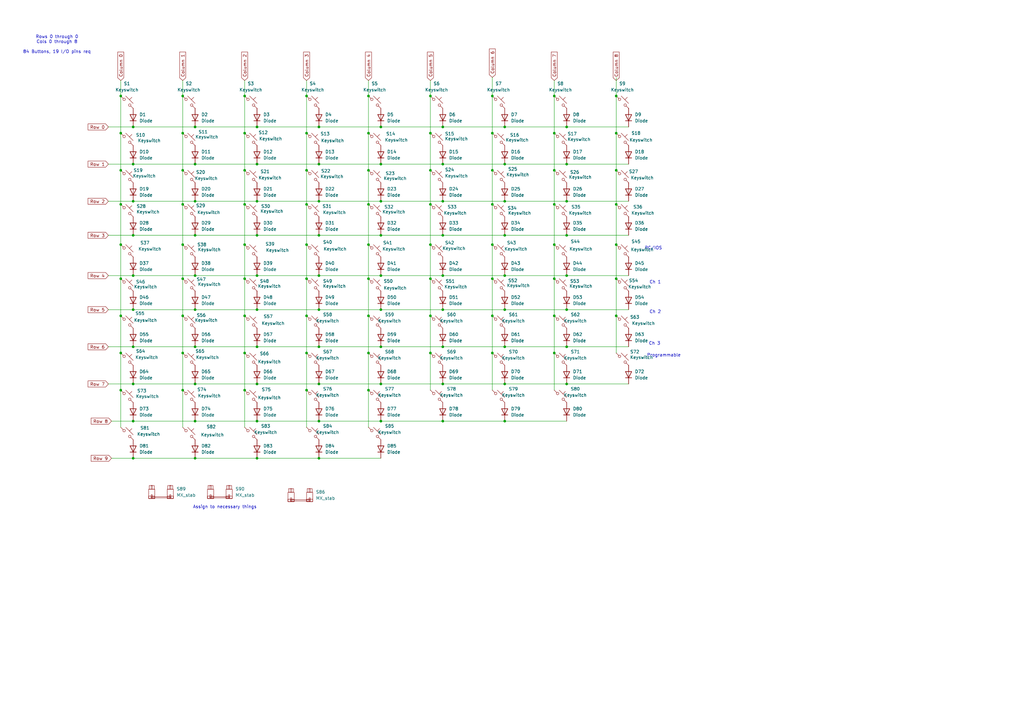
<source format=kicad_sch>
(kicad_sch (version 20231120) (generator "eeschema") (generator_version "8.0")
  (paper "A3")
  (lib_symbols
    (symbol "ScottoKeebs:Placeholder_Diode" (pin_numbers hide) (pin_names hide)
      (property "Reference" "D" (at 0 2.54 0))
      (property "Value" "Diode" (at 0 -2.54 0))
      (symbol "Placeholder_Diode_1_1"
        (pin passive line (at -3.81 0 0) (length 2.54) (name "K") (number "1"))
        (pin passive line (at 3.81 0 180) (length 2.54) (name "A") (number "2"))
      )
    )
    (symbol "ScottoKeebs:Placeholder_Keyswitch" (pin_numbers hide) (pin_names (offset 1.016) hide)
      (property "Reference" "S" (at 3.048 1.016 0))
      (property "Value" "Keyswitch" (at 0 -3.81 0))
      (symbol "Placeholder_Keyswitch_0_1"
        (pin passive line (at -2.54 2.54 0) (length 0) (name "1") (number "1"))
        (pin passive line (at 2.54 -2.54 180) (length 0) (name "2") (number "2"))
      )
    )
    (symbol "marbastlib-mx:MX_stab" (pin_names (offset 1.016))
      (property "Reference" "S" (at -5.08 6.35 0))
      (property "Value" "MX_stab" (at -5.08 3.81 0))
    )
  )
  (junction (at 207.01 113.03))
  (junction (at 105.41 187.96))
  (junction (at 74.93 144.78))
  (junction (at 156.21 52.07))
  (junction (at 130.81 52.07))
  (junction (at 156.21 157.48))
  (junction (at 49.53 54.61))
  (junction (at 151.13 114.3))
  (junction (at 80.01 82.55))
  (junction (at 130.81 172.72))
  (junction (at 156.21 113.03))
  (junction (at 54.61 127))
  (junction (at 151.13 83.82))
  (junction (at 130.81 96.52))
  (junction (at 207.01 172.72))
  (junction (at 80.01 142.24))
  (junction (at 80.01 113.03))
  (junction (at 232.41 52.07))
  (junction (at 130.81 82.55))
  (junction (at 176.53 39.37))
  (junction (at 232.41 157.48))
  (junction (at 80.01 127))
  (junction (at 201.93 54.61))
  (junction (at 105.41 82.55))
  (junction (at 176.53 129.54))
  (junction (at 151.13 100.33))
  (junction (at 125.73 129.54))
  (junction (at 252.73 129.54))
  (junction (at 156.21 82.55))
  (junction (at 125.73 39.37))
  (junction (at 54.61 52.07))
  (junction (at 232.41 142.24))
  (junction (at 176.53 54.61))
  (junction (at 54.61 142.24))
  (junction (at 105.41 142.24))
  (junction (at 125.73 83.82))
  (junction (at 125.73 114.3))
  (junction (at 201.93 129.54))
  (junction (at 105.41 96.52))
  (junction (at 151.13 54.61))
  (junction (at 130.81 187.96))
  (junction (at 105.41 127))
  (junction (at 74.93 129.54))
  (junction (at 74.93 114.3))
  (junction (at 74.93 83.82))
  (junction (at 156.21 172.72))
  (junction (at 74.93 54.61))
  (junction (at 49.53 129.54))
  (junction (at 252.73 100.33))
  (junction (at 54.61 172.72))
  (junction (at 252.73 114.3))
  (junction (at 80.01 187.96))
  (junction (at 176.53 100.33))
  (junction (at 105.41 67.31))
  (junction (at 232.41 82.55))
  (junction (at 54.61 157.48))
  (junction (at 181.61 52.07))
  (junction (at 151.13 69.85))
  (junction (at 232.41 113.03))
  (junction (at 201.93 39.37))
  (junction (at 74.93 100.33))
  (junction (at 156.21 127))
  (junction (at 130.81 127))
  (junction (at 151.13 129.54))
  (junction (at 227.33 54.61))
  (junction (at 181.61 96.52))
  (junction (at 207.01 96.52))
  (junction (at 54.61 67.31))
  (junction (at 130.81 113.03))
  (junction (at 54.61 113.03))
  (junction (at 176.53 114.3))
  (junction (at 227.33 100.33))
  (junction (at 227.33 114.3))
  (junction (at 227.33 69.85))
  (junction (at 105.41 172.72))
  (junction (at 156.21 142.24))
  (junction (at 151.13 144.78))
  (junction (at 181.61 142.24))
  (junction (at 207.01 52.07))
  (junction (at 201.93 144.78))
  (junction (at 125.73 100.33))
  (junction (at 74.93 160.02))
  (junction (at 80.01 67.31))
  (junction (at 176.53 83.82))
  (junction (at 232.41 67.31))
  (junction (at 207.01 67.31))
  (junction (at 105.41 157.48))
  (junction (at 151.13 39.37))
  (junction (at 201.93 114.3))
  (junction (at 49.53 69.85))
  (junction (at 252.73 39.37))
  (junction (at 100.33 83.82))
  (junction (at 201.93 69.85))
  (junction (at 49.53 100.33))
  (junction (at 151.13 160.02))
  (junction (at 232.41 96.52))
  (junction (at 227.33 144.78))
  (junction (at 100.33 114.3))
  (junction (at 125.73 160.02))
  (junction (at 130.81 67.31))
  (junction (at 49.53 160.02))
  (junction (at 227.33 129.54))
  (junction (at 227.33 83.82))
  (junction (at 74.93 69.85))
  (junction (at 207.01 127))
  (junction (at 232.41 127))
  (junction (at 80.01 172.72))
  (junction (at 207.01 142.24))
  (junction (at 100.33 144.78))
  (junction (at 252.73 83.82))
  (junction (at 130.81 157.48))
  (junction (at 201.93 100.33))
  (junction (at 207.01 157.48))
  (junction (at 80.01 52.07))
  (junction (at 54.61 96.52))
  (junction (at 201.93 83.82))
  (junction (at 252.73 69.85))
  (junction (at 207.01 82.55))
  (junction (at 252.73 54.61))
  (junction (at 100.33 69.85))
  (junction (at 156.21 96.52))
  (junction (at 100.33 100.33))
  (junction (at 49.53 114.3))
  (junction (at 105.41 52.07))
  (junction (at 100.33 160.02))
  (junction (at 54.61 187.96))
  (junction (at 125.73 54.61))
  (junction (at 100.33 39.37))
  (junction (at 181.61 127))
  (junction (at 130.81 142.24))
  (junction (at 80.01 157.48))
  (junction (at 227.33 39.37))
  (junction (at 105.41 113.03))
  (junction (at 156.21 67.31))
  (junction (at 49.53 144.78))
  (junction (at 80.01 96.52))
  (junction (at 49.53 83.82))
  (junction (at 125.73 144.78))
  (junction (at 176.53 69.85))
  (junction (at 125.73 69.85))
  (junction (at 181.61 67.31))
  (junction (at 181.61 82.55))
  (junction (at 74.93 39.37))
  (junction (at 54.61 82.55))
  (junction (at 100.33 129.54))
  (junction (at 181.61 172.72))
  (junction (at 181.61 113.03))
  (junction (at 176.53 144.78))
  (junction (at 49.53 39.37))
  (junction (at 181.61 157.48))
  (junction (at 100.33 54.61))
  (wire (pts (xy 74.93 83.82) (xy 74.93 100.33)))
  (wire (pts (xy 130.81 52.07) (xy 156.21 52.07)))
  (wire (pts (xy 156.21 157.48) (xy 181.61 157.48)))
  (wire (pts (xy 49.53 69.85) (xy 49.53 83.82)))
  (wire (pts (xy 125.73 100.33) (xy 125.73 114.3)))
  (wire (pts (xy 54.61 157.48) (xy 80.01 157.48)))
  (wire (pts (xy 100.33 160.02) (xy 100.33 175.26)))
  (wire (pts (xy 80.01 172.72) (xy 105.41 172.72)))
  (wire (pts (xy 181.61 52.07) (xy 207.01 52.07)))
  (wire (pts (xy 54.61 113.03) (xy 80.01 113.03)))
  (wire (pts (xy 201.93 144.78) (xy 201.93 160.02)))
  (wire (pts (xy 125.73 54.61) (xy 125.73 69.85)))
  (wire (pts (xy 252.73 129.54) (xy 252.73 144.78)))
  (wire (pts (xy 54.61 142.24) (xy 80.01 142.24)))
  (wire (pts (xy 151.13 54.61) (xy 151.13 69.85)))
  (wire (pts (xy 100.33 39.37) (xy 100.33 54.61)))
  (wire (pts (xy 232.41 52.07) (xy 257.81 52.07)))
  (wire (pts (xy 176.53 100.33) (xy 176.53 114.3)))
  (wire (pts (xy 151.13 114.3) (xy 151.13 129.54)))
  (wire (pts (xy 181.61 157.48) (xy 207.01 157.48)))
  (wire (pts (xy 130.81 157.48) (xy 156.21 157.48)))
  (wire (pts (xy 105.41 96.52) (xy 130.81 96.52)))
  (wire (pts (xy 252.73 83.82) (xy 252.73 100.33)))
  (wire (pts (xy 201.93 114.3) (xy 201.93 129.54)))
  (wire (pts (xy 201.93 39.37) (xy 201.93 54.61)))
  (wire (pts (xy 207.01 67.31) (xy 232.41 67.31)))
  (wire (pts (xy 176.53 129.54) (xy 176.53 144.78)))
  (wire (pts (xy 44.45 113.03) (xy 54.61 113.03)))
  (wire (pts (xy 80.01 113.03) (xy 105.41 113.03)))
  (wire (pts (xy 201.93 54.61) (xy 201.93 69.85)))
  (wire (pts (xy 44.45 96.52) (xy 54.61 96.52)))
  (wire (pts (xy 252.73 54.61) (xy 252.73 69.85)))
  (wire (pts (xy 176.53 39.37) (xy 176.53 54.61)))
  (wire (pts (xy 80.01 157.48) (xy 105.41 157.48)))
  (wire (pts (xy 130.81 113.03) (xy 156.21 113.03)))
  (wire (pts (xy 232.41 67.31) (xy 257.81 67.31)))
  (wire (pts (xy 80.01 187.96) (xy 105.41 187.96)))
  (wire (pts (xy 125.73 160.02) (xy 125.73 175.26)))
  (wire (pts (xy 176.53 83.82) (xy 176.53 100.33)))
  (wire (pts (xy 125.73 69.85) (xy 125.73 83.82)))
  (wire (pts (xy 54.61 172.72) (xy 80.01 172.72)))
  (wire (pts (xy 207.01 52.07) (xy 232.41 52.07)))
  (wire (pts (xy 49.53 54.61) (xy 49.53 69.85)))
  (wire (pts (xy 54.61 127) (xy 80.01 127)))
  (wire (pts (xy 201.93 69.85) (xy 201.93 83.82)))
  (wire (pts (xy 156.21 67.31) (xy 181.61 67.31)))
  (wire (pts (xy 130.81 67.31) (xy 156.21 67.31)))
  (wire (pts (xy 44.45 142.24) (xy 54.61 142.24)))
  (wire (pts (xy 44.45 52.07) (xy 54.61 52.07)))
  (wire (pts (xy 125.73 39.37) (xy 125.73 54.61)))
  (wire (pts (xy 130.81 127) (xy 156.21 127)))
  (wire (pts (xy 252.73 100.33) (xy 252.73 114.3)))
  (wire (pts (xy 130.81 82.55) (xy 156.21 82.55)))
  (wire (pts (xy 181.61 67.31) (xy 207.01 67.31)))
  (wire (pts (xy 49.53 160.02) (xy 49.53 175.26)))
  (wire (pts (xy 74.93 129.54) (xy 74.93 144.78)))
  (wire (pts (xy 44.45 67.31) (xy 54.61 67.31)))
  (wire (pts (xy 125.73 129.54) (xy 125.73 144.78)))
  (wire (pts (xy 181.61 113.03) (xy 207.01 113.03)))
  (wire (pts (xy 74.93 69.85) (xy 74.93 83.82)))
  (wire (pts (xy 125.73 33.02) (xy 125.73 39.37)))
  (wire (pts (xy 201.93 129.54) (xy 201.93 144.78)))
  (wire (pts (xy 49.53 83.82) (xy 49.53 100.33)))
  (wire (pts (xy 181.61 82.55) (xy 207.01 82.55)))
  (wire (pts (xy 105.41 187.96) (xy 130.81 187.96)))
  (wire (pts (xy 227.33 144.78) (xy 227.33 160.02)))
  (wire (pts (xy 176.53 33.02) (xy 176.53 39.37)))
  (wire (pts (xy 80.01 127) (xy 105.41 127)))
  (wire (pts (xy 207.01 96.52) (xy 232.41 96.52)))
  (wire (pts (xy 130.81 96.52) (xy 156.21 96.52)))
  (wire (pts (xy 252.73 114.3) (xy 252.73 129.54)))
  (wire (pts (xy 100.33 144.78) (xy 100.33 160.02)))
  (wire (pts (xy 207.01 82.55) (xy 232.41 82.55)))
  (wire (pts (xy 105.41 113.03) (xy 130.81 113.03)))
  (wire (pts (xy 156.21 82.55) (xy 181.61 82.55)))
  (wire (pts (xy 100.33 54.61) (xy 100.33 69.85)))
  (wire (pts (xy 156.21 127) (xy 181.61 127)))
  (wire (pts (xy 232.41 113.03) (xy 257.81 113.03)))
  (wire (pts (xy 125.73 114.3) (xy 125.73 129.54)))
  (wire (pts (xy 45.72 187.96) (xy 54.61 187.96)))
  (wire (pts (xy 100.33 69.85) (xy 100.33 83.82)))
  (wire (pts (xy 74.93 33.02) (xy 74.93 39.37)))
  (wire (pts (xy 80.01 67.31) (xy 105.41 67.31)))
  (wire (pts (xy 181.61 127) (xy 207.01 127)))
  (wire (pts (xy 207.01 157.48) (xy 232.41 157.48)))
  (wire (pts (xy 100.33 100.33) (xy 100.33 114.3)))
  (wire (pts (xy 156.21 113.03) (xy 181.61 113.03)))
  (wire (pts (xy 181.61 96.52) (xy 207.01 96.52)))
  (wire (pts (xy 130.81 142.24) (xy 156.21 142.24)))
  (wire (pts (xy 74.93 144.78) (xy 74.93 160.02)))
  (wire (pts (xy 156.21 172.72) (xy 181.61 172.72)))
  (wire (pts (xy 156.21 96.52) (xy 181.61 96.52)))
  (wire (pts (xy 74.93 54.61) (xy 74.93 69.85)))
  (wire (pts (xy 130.81 172.72) (xy 156.21 172.72)))
  (wire (pts (xy 80.01 96.52) (xy 105.41 96.52)))
  (wire (pts (xy 74.93 100.33) (xy 74.93 114.3)))
  (wire (pts (xy 105.41 52.07) (xy 130.81 52.07)))
  (wire (pts (xy 207.01 172.72) (xy 232.41 172.72)))
  (wire (pts (xy 151.13 69.85) (xy 151.13 83.82)))
  (wire (pts (xy 45.72 172.72) (xy 54.61 172.72)))
  (wire (pts (xy 201.93 100.33) (xy 201.93 114.3)))
  (wire (pts (xy 105.41 67.31) (xy 130.81 67.31)))
  (wire (pts (xy 130.81 187.96) (xy 156.21 187.96)))
  (wire (pts (xy 156.21 52.07) (xy 181.61 52.07)))
  (wire (pts (xy 125.73 83.82) (xy 125.73 100.33)))
  (wire (pts (xy 105.41 127) (xy 130.81 127)))
  (wire (pts (xy 227.33 129.54) (xy 227.33 144.78)))
  (wire (pts (xy 207.01 142.24) (xy 232.41 142.24)))
  (wire (pts (xy 151.13 144.78) (xy 151.13 160.02)))
  (wire (pts (xy 252.73 39.37) (xy 252.73 54.61)))
  (wire (pts (xy 227.33 83.82) (xy 227.33 100.33)))
  (wire (pts (xy 176.53 144.78) (xy 176.53 160.02)))
  (wire (pts (xy 49.53 33.02) (xy 49.53 39.37)))
  (wire (pts (xy 105.41 82.55) (xy 130.81 82.55)))
  (wire (pts (xy 151.13 100.33) (xy 151.13 114.3)))
  (wire (pts (xy 227.33 69.85) (xy 227.33 83.82)))
  (wire (pts (xy 100.33 129.54) (xy 100.33 144.78)))
  (wire (pts (xy 232.41 142.24) (xy 257.81 142.24)))
  (wire (pts (xy 49.53 144.78) (xy 49.53 160.02)))
  (wire (pts (xy 44.45 127) (xy 54.61 127)))
  (wire (pts (xy 207.01 113.03) (xy 232.41 113.03)))
  (wire (pts (xy 100.33 33.02) (xy 100.33 39.37)))
  (wire (pts (xy 74.93 39.37) (xy 74.93 54.61)))
  (wire (pts (xy 252.73 69.85) (xy 252.73 83.82)))
  (wire (pts (xy 232.41 157.48) (xy 257.81 157.48)))
  (wire (pts (xy 227.33 100.33) (xy 227.33 114.3)))
  (wire (pts (xy 49.53 114.3) (xy 49.53 129.54)))
  (wire (pts (xy 181.61 172.72) (xy 207.01 172.72)))
  (wire (pts (xy 80.01 52.07) (xy 105.41 52.07)))
  (wire (pts (xy 227.33 39.37) (xy 227.33 54.61)))
  (wire (pts (xy 151.13 39.37) (xy 151.13 54.61)))
  (wire (pts (xy 105.41 142.24) (xy 130.81 142.24)))
  (wire (pts (xy 227.33 54.61) (xy 227.33 69.85)))
  (wire (pts (xy 54.61 96.52) (xy 80.01 96.52)))
  (wire (pts (xy 105.41 172.72) (xy 130.81 172.72)))
  (wire (pts (xy 125.73 144.78) (xy 125.73 160.02)))
  (wire (pts (xy 105.41 157.48) (xy 130.81 157.48)))
  (wire (pts (xy 74.93 114.3) (xy 74.93 129.54)))
  (wire (pts (xy 151.13 160.02) (xy 151.13 175.26)))
  (wire (pts (xy 54.61 82.55) (xy 80.01 82.55)))
  (wire (pts (xy 227.33 33.02) (xy 227.33 39.37)))
  (wire (pts (xy 151.13 33.02) (xy 151.13 39.37)))
  (wire (pts (xy 80.01 142.24) (xy 105.41 142.24)))
  (wire (pts (xy 232.41 127) (xy 257.81 127)))
  (wire (pts (xy 100.33 83.82) (xy 100.33 100.33)))
  (wire (pts (xy 232.41 82.55) (xy 257.81 82.55)))
  (wire (pts (xy 181.61 142.24) (xy 207.01 142.24)))
  (wire (pts (xy 49.53 100.33) (xy 49.53 114.3)))
  (wire (pts (xy 44.45 82.55) (xy 54.61 82.55)))
  (wire (pts (xy 74.93 160.02) (xy 74.93 175.26)))
  (wire (pts (xy 100.33 114.3) (xy 100.33 129.54)))
  (wire (pts (xy 201.93 31.75) (xy 201.93 39.37)))
  (wire (pts (xy 232.41 96.52) (xy 257.81 96.52)))
  (wire (pts (xy 151.13 83.82) (xy 151.13 100.33)))
  (wire (pts (xy 207.01 127) (xy 232.41 127)))
  (wire (pts (xy 176.53 69.85) (xy 176.53 83.82)))
  (wire (pts (xy 176.53 114.3) (xy 176.53 129.54)))
  (wire (pts (xy 80.01 82.55) (xy 105.41 82.55)))
  (wire (pts (xy 49.53 129.54) (xy 49.53 144.78)))
  (wire (pts (xy 49.53 39.37) (xy 49.53 54.61)))
  (wire (pts (xy 54.61 52.07) (xy 80.01 52.07)))
  (wire (pts (xy 201.93 83.82) (xy 201.93 100.33)))
  (wire (pts (xy 176.53 54.61) (xy 176.53 69.85)))
  (wire (pts (xy 227.33 114.3) (xy 227.33 129.54)))
  (wire (pts (xy 156.21 142.24) (xy 181.61 142.24)))
  (wire (pts (xy 151.13 129.54) (xy 151.13 144.78)))
  (wire (pts (xy 252.73 31.75) (xy 252.73 39.37)))
  (wire (pts (xy 54.61 187.96) (xy 80.01 187.96)))
  (wire (pts (xy 54.61 67.31) (xy 80.01 67.31)))
  (wire (pts (xy 44.45 157.48) (xy 54.61 157.48)))
  (text "Rows 0 through 0\nCols 0 through 8\n\n84 Buttons, 19 I/O pins req\n" (at 23.368 18.288 0) (effects (font (size 1.27 1.27))))
  (text "Ch 2\n" (at 268.732 128.016 0) (effects (font (size 1.27 1.27))))
  (text "Assign to necessary things\n" (at 92.202 208.026 0) (effects (font (size 1.27 1.27))))
  (text "PC/IOS\n" (at 267.97 101.854 0) (effects (font (size 1.27 1.27))))
  (text "Ch 3\n" (at 268.478 140.97 0) (effects (font (size 1.27 1.27))))
  (text "Programmable" (at 272.288 145.796 0) (effects (font (size 1.27 1.27))))
  (text "Ch 1\n" (at 268.732 115.824 0) (effects (font (size 1.27 1.27))))
  (global_label "Row 7" (shape input) (at 44.45 157.48 180) (property "Intersheetrefs" "${INTERSHEET_REFS}" (effects (hide yes))))
  (global_label "Column 6" (shape input) (at 201.93 31.75 90) (property "Intersheetrefs" "${INTERSHEET_REFS}" (effects (hide yes))))
  (global_label "Row 9" (shape input) (at 45.72 187.96 180) (property "Intersheetrefs" "${INTERSHEET_REFS}" (effects (hide yes))))
  (global_label "Column 4" (shape input) (at 151.13 33.02 90) (property "Intersheetrefs" "${INTERSHEET_REFS}" (effects (hide yes))))
  (global_label "Row 1" (shape input) (at 44.45 67.31 180) (property "Intersheetrefs" "${INTERSHEET_REFS}" (effects (hide yes))))
  (global_label "Row 5" (shape input) (at 44.45 127 180) (property "Intersheetrefs" "${INTERSHEET_REFS}" (effects (hide yes))))
  (global_label "Column 7" (shape input) (at 227.33 33.02 90) (property "Intersheetrefs" "${INTERSHEET_REFS}" (effects (hide yes))))
  (global_label "Row 8" (shape input) (at 45.72 172.72 180) (property "Intersheetrefs" "${INTERSHEET_REFS}" (effects (hide yes))))
  (global_label "Row 0" (shape input) (at 44.45 52.07 180) (property "Intersheetrefs" "${INTERSHEET_REFS}" (effects (hide yes))))
  (global_label "Column 0" (shape input) (at 49.53 33.02 90) (property "Intersheetrefs" "${INTERSHEET_REFS}" (effects (hide yes))))
  (global_label "Row 2" (shape input) (at 44.45 82.55 180) (property "Intersheetrefs" "${INTERSHEET_REFS}" (effects (hide yes))))
  (global_label "Row 3" (shape input) (at 44.45 96.52 180) (property "Intersheetrefs" "${INTERSHEET_REFS}" (effects (hide yes))))
  (global_label "Row 4" (shape input) (at 44.45 113.03 180) (property "Intersheetrefs" "${INTERSHEET_REFS}" (effects (hide yes))))
  (global_label "Row 6" (shape input) (at 44.45 142.24 180) (property "Intersheetrefs" "${INTERSHEET_REFS}" (effects (hide yes))))
  (global_label "Column 3" (shape input) (at 125.73 33.02 90) (property "Intersheetrefs" "${INTERSHEET_REFS}" (effects (hide yes))))
  (global_label "Column 1" (shape input) (at 74.93 33.02 90) (property "Intersheetrefs" "${INTERSHEET_REFS}" (effects (hide yes))))
  (global_label "Column 2" (shape input) (at 100.33 33.02 90) (property "Intersheetrefs" "${INTERSHEET_REFS}" (effects (hide yes))))
  (global_label "Column 8" (shape input) (at 252.73 33.02 90) (property "Intersheetrefs" "${INTERSHEET_REFS}" (effects (hide yes))))
  (global_label "Column 5" (shape input) (at 176.53 33.02 90) (property "Intersheetrefs" "${INTERSHEET_REFS}" (effects (hide yes))))
  (symbol (lib_id "ScottoKeebs:Placeholder_Diode") (at 257.81 138.43 90) (unit 1)
    (property "Reference" "D63" (at 260.35 137.1599 90) (effects (justify right)))
    (property "Value" "Diode" (at 260.35 139.6999 90) (effects (justify right)))
    (property "Footprint" "ScottoKeebs_Components:Diode_DO-35" (effects (hide yes)))
    (property "Description" "1N4148 (DO-35) or 1N4148W (SOD-123)" (effects (hide yes)))
    (property "Sim.Device" "D" (effects (hide yes)))
    (property "Sim.Pins" "1=K 2=A" (effects (hide yes)))
  )
  (symbol (lib_id "ScottoKeebs:Placeholder_Keyswitch") (at 153.67 41.91 0) (unit 1)
    (property "Reference" "S5" (at 153.67 34.29 0))
    (property "Value" "Keyswitch" (at 153.67 36.83 0))
    (property "Footprint" "ScottoKeebs_MX:MX_PCB_1.00u" (effects (hide yes)))
    (property "Description" "Push button switch, normally open, two pins, 45° tilted" (effects (hide yes)))
  )
  (symbol (lib_id "ScottoKeebs:Placeholder_Diode") (at 54.61 63.5 90) (unit 1)
    (property "Reference" "D10" (at 57.15 62.2299 90) (effects (justify right)))
    (property "Value" "Diode" (at 57.15 64.7699 90) (effects (justify right)))
    (property "Footprint" "ScottoKeebs_Components:Diode_DO-35" (effects (hide yes)))
    (property "Description" "1N4148 (DO-35) or 1N4148W (SOD-123)" (effects (hide yes)))
    (property "Sim.Device" "D" (effects (hide yes)))
    (property "Sim.Pins" "1=K 2=A" (effects (hide yes)))
  )
  (symbol (lib_id "ScottoKeebs:Placeholder_Diode") (at 207.01 123.19 90) (unit 1)
    (property "Reference" "D52" (at 209.55 121.9199 90) (effects (justify right)))
    (property "Value" "Diode" (at 209.55 124.4599 90) (effects (justify right)))
    (property "Footprint" "ScottoKeebs_Components:Diode_DO-35" (effects (hide yes)))
    (property "Description" "1N4148 (DO-35) or 1N4148W (SOD-123)" (effects (hide yes)))
    (property "Sim.Device" "D" (effects (hide yes)))
    (property "Sim.Pins" "1=K 2=A" (effects (hide yes)))
  )
  (symbol (lib_id "ScottoKeebs:Placeholder_Diode") (at 105.41 92.71 90) (unit 1)
    (property "Reference" "D30" (at 107.95 91.4399 90) (effects (justify right)))
    (property "Value" "Diode" (at 107.95 93.9799 90) (effects (justify right)))
    (property "Footprint" "ScottoKeebs_Components:Diode_DO-35" (effects (hide yes)))
    (property "Description" "1N4148 (DO-35) or 1N4148W (SOD-123)" (effects (hide yes)))
    (property "Sim.Device" "D" (effects (hide yes)))
    (property "Sim.Pins" "1=K 2=A" (effects (hide yes)))
  )
  (symbol (lib_id "ScottoKeebs:Placeholder_Diode") (at 105.41 123.19 90) (unit 1)
    (property "Reference" "D48" (at 107.95 121.9199 90) (effects (justify right)))
    (property "Value" "Diode" (at 107.95 124.4599 90) (effects (justify right)))
    (property "Footprint" "ScottoKeebs_Components:Diode_DO-35" (effects (hide yes)))
    (property "Description" "1N4148 (DO-35) or 1N4148W (SOD-123)" (effects (hide yes)))
    (property "Sim.Device" "D" (effects (hide yes)))
    (property "Sim.Pins" "1=K 2=A" (effects (hide yes)))
  )
  (symbol (lib_id "ScottoKeebs:Placeholder_Diode") (at 181.61 153.67 90) (unit 1)
    (property "Reference" "D69" (at 184.15 152.3999 90) (effects (justify right)))
    (property "Value" "Diode" (at 184.15 154.9399 90) (effects (justify right)))
    (property "Footprint" "ScottoKeebs_Components:Diode_DO-35" (effects (hide yes)))
    (property "Description" "1N4148 (DO-35) or 1N4148W (SOD-123)" (effects (hide yes)))
    (property "Sim.Device" "D" (effects (hide yes)))
    (property "Sim.Pins" "1=K 2=A" (effects (hide yes)))
  )
  (symbol (lib_id "ScottoKeebs:Placeholder_Keyswitch") (at 255.27 72.39 0) (unit 1)
    (property "Reference" "S27" (at 259.842 70.358 0))
    (property "Value" "Keyswitch" (at 263.398 72.898 0))
    (property "Footprint" "ScottoKeebs_MX:MX_PCB_2.00u" (effects (hide yes)))
    (property "Description" "Push button switch, normally open, two pins, 45° tilted" (effects (hide yes)))
  )
  (symbol (lib_id "ScottoKeebs:Placeholder_Keyswitch") (at 153.67 72.39 0) (unit 1)
    (property "Reference" "S23" (at 160.02 71.12 0))
    (property "Value" "Keyswitch" (at 162.052 73.152 0))
    (property "Footprint" "ScottoKeebs_MX:MX_PCB_1.00u" (effects (hide yes)))
    (property "Description" "Push button switch, normally open, two pins, 45° tilted" (effects (hide yes)))
  )
  (symbol (lib_id "ScottoKeebs:Placeholder_Keyswitch") (at 128.27 177.8 0) (unit 1)
    (property "Reference" "S84" (at 134.366 174.752 0))
    (property "Value" "Keyswitch" (at 134.366 177.292 0))
    (property "Footprint" "ScottoKeebs_MX:MX_PCB_1.00u" (effects (hide yes)))
    (property "Description" "Push button switch, normally open, two pins, 45° tilted" (effects (hide yes)))
  )
  (symbol (lib_id "ScottoKeebs:Placeholder_Diode") (at 207.01 109.22 90) (unit 1)
    (property "Reference" "D43" (at 209.55 107.9499 90) (effects (justify right)))
    (property "Value" "Diode" (at 209.55 110.4899 90) (effects (justify right)))
    (property "Footprint" "ScottoKeebs_Components:Diode_DO-35" (effects (hide yes)))
    (property "Description" "1N4148 (DO-35) or 1N4148W (SOD-123)" (effects (hide yes)))
    (property "Sim.Device" "D" (effects (hide yes)))
    (property "Sim.Pins" "1=K 2=A" (effects (hide yes)))
  )
  (symbol (lib_id "ScottoKeebs:Placeholder_Diode") (at 156.21 63.5 90) (unit 1)
    (property "Reference" "D14" (at 158.75 62.2299 90) (effects (justify right)))
    (property "Value" "Diode" (at 158.75 64.7699 90) (effects (justify right)))
    (property "Footprint" "ScottoKeebs_Components:Diode_DO-35" (effects (hide yes)))
    (property "Description" "1N4148 (DO-35) or 1N4148W (SOD-123)" (effects (hide yes)))
    (property "Sim.Device" "D" (effects (hide yes)))
    (property "Sim.Pins" "1=K 2=A" (effects (hide yes)))
  )
  (symbol (lib_id "ScottoKeebs:Placeholder_Diode") (at 181.61 78.74 90) (unit 1)
    (property "Reference" "D24" (at 184.15 77.4699 90) (effects (justify right)))
    (property "Value" "Diode" (at 184.15 80.0099 90) (effects (justify right)))
    (property "Footprint" "ScottoKeebs_Components:Diode_DO-35" (effects (hide yes)))
    (property "Description" "1N4148 (DO-35) or 1N4148W (SOD-123)" (effects (hide yes)))
    (property "Sim.Device" "D" (effects (hide yes)))
    (property "Sim.Pins" "1=K 2=A" (effects (hide yes)))
  )
  (symbol (lib_id "ScottoKeebs:Placeholder_Diode") (at 257.81 92.71 90) (unit 1)
    (property "Reference" "D36" (at 260.35 91.4399 90) (effects (justify right)))
    (property "Value" "Diode" (at 260.35 93.9799 90) (effects (justify right)))
    (property "Footprint" "ScottoKeebs_Components:Diode_DO-35" (effects (hide yes)))
    (property "Description" "1N4148 (DO-35) or 1N4148W (SOD-123)" (effects (hide yes)))
    (property "Sim.Device" "D" (effects (hide yes)))
    (property "Sim.Pins" "1=K 2=A" (effects (hide yes)))
  )
  (symbol (lib_id "ScottoKeebs:Placeholder_Diode") (at 54.61 123.19 90) (unit 1)
    (property "Reference" "D46" (at 57.15 121.9199 90) (effects (justify right)))
    (property "Value" "Diode" (at 57.15 124.4599 90) (effects (justify right)))
    (property "Footprint" "ScottoKeebs_Components:Diode_DO-35" (effects (hide yes)))
    (property "Description" "1N4148 (DO-35) or 1N4148W (SOD-123)" (effects (hide yes)))
    (property "Sim.Device" "D" (effects (hide yes)))
    (property "Sim.Pins" "1=K 2=A" (effects (hide yes)))
  )
  (symbol (lib_id "ScottoKeebs:Placeholder_Diode") (at 105.41 138.43 90) (unit 1)
    (property "Reference" "D57" (at 107.95 137.1599 90) (effects (justify right)))
    (property "Value" "Diode" (at 107.95 139.6999 90) (effects (justify right)))
    (property "Footprint" "ScottoKeebs_Components:Diode_DO-35" (effects (hide yes)))
    (property "Description" "1N4148 (DO-35) or 1N4148W (SOD-123)" (effects (hide yes)))
    (property "Sim.Device" "D" (effects (hide yes)))
    (property "Sim.Pins" "1=K 2=A" (effects (hide yes)))
  )
  (symbol (lib_id "ScottoKeebs:Placeholder_Keyswitch") (at 229.87 102.87 0) (unit 1)
    (property "Reference" "S44" (at 235.966 99.06 0))
    (property "Value" "Keyswitch" (at 238.252 102.108 0))
    (property "Footprint" "ScottoKeebs_MX:MX_PCB_1.00u" (effects (hide yes)))
    (property "Description" "Push button switch, normally open, two pins, 45° tilted" (effects (hide yes)))
  )
  (symbol (lib_id "ScottoKeebs:Placeholder_Keyswitch") (at 128.27 132.08 0) (unit 1)
    (property "Reference" "S58" (at 134.366 129.032 0))
    (property "Value" "Keyswitch" (at 134.366 131.572 0))
    (property "Footprint" "ScottoKeebs_MX:MX_PCB_1.00u" (effects (hide yes)))
    (property "Description" "Push button switch, normally open, two pins, 45° tilted" (effects (hide yes)))
  )
  (symbol (lib_id "ScottoKeebs:Placeholder_Diode") (at 181.61 48.26 90) (unit 1)
    (property "Reference" "D6" (at 184.15 46.9899 90) (effects (justify right)))
    (property "Value" "Diode" (at 184.15 49.5299 90) (effects (justify right)))
    (property "Footprint" "ScottoKeebs_Components:Diode_DO-35" (effects (hide yes)))
    (property "Description" "1N4148 (DO-35) or 1N4148W (SOD-123)" (effects (hide yes)))
    (property "Sim.Device" "D" (effects (hide yes)))
    (property "Sim.Pins" "1=K 2=A" (effects (hide yes)))
  )
  (symbol (lib_id "ScottoKeebs:Placeholder_Keyswitch") (at 179.07 72.39 0) (unit 1)
    (property "Reference" "S24" (at 184.404 69.596 0))
    (property "Value" "Keyswitch" (at 187.198 72.136 0))
    (property "Footprint" "ScottoKeebs_MX:MX_PCB_1.00u" (effects (hide yes)))
    (property "Description" "Push button switch, normally open, two pins, 45° tilted" (effects (hide yes)))
  )
  (symbol (lib_id "ScottoKeebs:Placeholder_Diode") (at 130.81 184.15 90) (unit 1)
    (property "Reference" "D84" (at 133.35 182.8799 90) (effects (justify right)))
    (property "Value" "Diode" (at 133.35 185.4199 90) (effects (justify right)))
    (property "Footprint" "ScottoKeebs_Components:Diode_DO-35" (effects (hide yes)))
    (property "Description" "1N4148 (DO-35) or 1N4148W (SOD-123)" (effects (hide yes)))
    (property "Sim.Device" "D" (effects (hide yes)))
    (property "Sim.Pins" "1=K 2=A" (effects (hide yes)))
  )
  (symbol (lib_id "ScottoKeebs:Placeholder_Keyswitch") (at 102.87 102.87 0) (unit 1)
    (property "Reference" "S39" (at 110.744 100.076 0))
    (property "Value" "Keyswitch" (at 113.792 102.616 0))
    (property "Footprint" "ScottoKeebs_MX:MX_PCB_1.00u" (effects (hide yes)))
    (property "Description" "Push button switch, normally open, two pins, 45° tilted" (effects (hide yes)))
  )
  (symbol (lib_id "ScottoKeebs:Placeholder_Keyswitch") (at 255.27 132.08 0) (unit 1)
    (property "Reference" "S63" (at 260.35 130.048 0))
    (property "Value" "Keyswitch" (at 263.906 132.588 0))
    (property "Footprint" "ScottoKeebs_MX:MX_PCB_1.00u" (effects (hide yes)))
    (property "Description" "Push button switch, normally open, two pins, 45° tilted" (effects (hide yes)))
  )
  (symbol (lib_id "ScottoKeebs:Placeholder_Diode") (at 156.21 168.91 90) (unit 1)
    (property "Reference" "D77" (at 158.75 167.6399 90) (effects (justify right)))
    (property "Value" "Diode" (at 158.75 170.1799 90) (effects (justify right)))
    (property "Footprint" "ScottoKeebs_Components:Diode_DO-35" (effects (hide yes)))
    (property "Description" "1N4148 (DO-35) or 1N4148W (SOD-123)" (effects (hide yes)))
    (property "Sim.Device" "D" (effects (hide yes)))
    (property "Sim.Pins" "1=K 2=A" (effects (hide yes)))
  )
  (symbol (lib_id "ScottoKeebs:Placeholder_Diode") (at 54.61 78.74 90) (unit 1)
    (property "Reference" "D19" (at 57.15 77.4699 90) (effects (justify right)))
    (property "Value" "Diode" (at 57.15 80.0099 90) (effects (justify right)))
    (property "Footprint" "ScottoKeebs_Components:Diode_DO-35" (effects (hide yes)))
    (property "Description" "1N4148 (DO-35) or 1N4148W (SOD-123)" (effects (hide yes)))
    (property "Sim.Device" "D" (effects (hide yes)))
    (property "Sim.Pins" "1=K 2=A" (effects (hide yes)))
  )
  (symbol (lib_id "ScottoKeebs:Placeholder_Keyswitch") (at 255.27 102.87 0) (unit 1)
    (property "Reference" "S45" (at 260.858 99.06 0))
    (property "Value" "Keyswitch" (at 263.398 102.362 0))
    (property "Footprint" "ScottoKeebs_MX:MX_PCB_1.00u" (effects (hide yes)))
    (property "Description" "Push button switch, normally open, two pins, 45° tilted" (effects (hide yes)))
  )
  (symbol (lib_id "ScottoKeebs:Placeholder_Keyswitch") (at 77.47 162.56 0) (unit 1)
    (property "Reference" "S74" (at 82.804 159.766 0))
    (property "Value" "Keyswitch" (at 85.852 162.306 0))
    (property "Footprint" "ScottoKeebs_MX:MX_PCB_6.25u" (effects (hide yes)))
    (property "Description" "Push button switch, normally open, two pins, 45° tilted" (effects (hide yes)))
  )
  (symbol (lib_id "ScottoKeebs:Placeholder_Keyswitch") (at 102.87 147.32 0) (unit 1)
    (property "Reference" "S66" (at 108.458 145.034 0))
    (property "Value" "Keyswitch" (at 110.49 148.336 0))
    (property "Footprint" "ScottoKeebs_MX:MX_PCB_1.00u" (effects (hide yes)))
    (property "Description" "Push button switch, normally open, two pins, 45° tilted" (effects (hide yes)))
  )
  (symbol (lib_id "ScottoKeebs:Placeholder_Diode") (at 181.61 123.19 90) (unit 1)
    (property "Reference" "D51" (at 184.15 121.9199 90) (effects (justify right)))
    (property "Value" "Diode" (at 184.15 124.4599 90) (effects (justify right)))
    (property "Footprint" "ScottoKeebs_Components:Diode_DO-35" (effects (hide yes)))
    (property "Description" "1N4148 (DO-35) or 1N4148W (SOD-123)" (effects (hide yes)))
    (property "Sim.Device" "D" (effects (hide yes)))
    (property "Sim.Pins" "1=K 2=A" (effects (hide yes)))
  )
  (symbol (lib_id "ScottoKeebs:Placeholder_Diode") (at 130.81 109.22 90) (unit 1)
    (property "Reference" "D40" (at 133.35 107.9499 90) (effects (justify right)))
    (property "Value" "Diode" (at 133.35 110.4899 90) (effects (justify right)))
    (property "Footprint" "ScottoKeebs_Components:Diode_DO-35" (effects (hide yes)))
    (property "Description" "1N4148 (DO-35) or 1N4148W (SOD-123)" (effects (hide yes)))
    (property "Sim.Device" "D" (effects (hide yes)))
    (property "Sim.Pins" "1=K 2=A" (effects (hide yes)))
  )
  (symbol (lib_id "ScottoKeebs:Placeholder_Diode") (at 207.01 78.74 90) (unit 1)
    (property "Reference" "D25" (at 209.55 77.4699 90) (effects (justify right)))
    (property "Value" "Diode" (at 209.55 80.0099 90) (effects (justify right)))
    (property "Footprint" "ScottoKeebs_Components:Diode_DO-35" (effects (hide yes)))
    (property "Description" "1N4148 (DO-35) or 1N4148W (SOD-123)" (effects (hide yes)))
    (property "Sim.Device" "D" (effects (hide yes)))
    (property "Sim.Pins" "1=K 2=A" (effects (hide yes)))
  )
  (symbol (lib_id "ScottoKeebs:Placeholder_Diode") (at 54.61 184.15 90) (unit 1)
    (property "Reference" "D81" (at 57.15 182.8799 90) (effects (justify right)))
    (property "Value" "Diode" (at 57.15 185.4199 90) (effects (justify right)))
    (property "Footprint" "ScottoKeebs_Components:Diode_DO-35" (effects (hide yes)))
    (property "Description" "1N4148 (DO-35) or 1N4148W (SOD-123)" (effects (hide yes)))
    (property "Sim.Device" "D" (effects (hide yes)))
    (property "Sim.Pins" "1=K 2=A" (effects (hide yes)))
  )
  (symbol (lib_id "ScottoKeebs:Placeholder_Diode") (at 54.61 168.91 90) (unit 1)
    (property "Reference" "D73" (at 57.15 167.6399 90) (effects (justify right)))
    (property "Value" "Diode" (at 57.15 170.1799 90) (effects (justify right)))
    (property "Footprint" "ScottoKeebs_Components:Diode_DO-35" (effects (hide yes)))
    (property "Description" "1N4148 (DO-35) or 1N4148W (SOD-123)" (effects (hide yes)))
    (property "Sim.Device" "D" (effects (hide yes)))
    (property "Sim.Pins" "1=K 2=A" (effects (hide yes)))
  )
  (symbol (lib_id "ScottoKeebs:Placeholder_Keyswitch") (at 52.07 72.39 0) (unit 1)
    (property "Reference" "S19" (at 56.642 69.85 0))
    (property "Value" "Keyswitch" (at 59.182 72.136 0))
    (property "Footprint" "ScottoKeebs_MX:MX_PCB_1.00u" (effects (hide yes)))
    (property "Description" "Push button switch, normally open, two pins, 45° tilted" (effects (hide yes)))
  )
  (symbol (lib_id "ScottoKeebs:Placeholder_Diode") (at 80.01 138.43 90) (unit 1)
    (property "Reference" "D56" (at 82.55 137.1599 90) (effects (justify right)))
    (property "Value" "Diode" (at 82.55 139.6999 90) (effects (justify right)))
    (property "Footprint" "ScottoKeebs_Components:Diode_DO-35" (effects (hide yes)))
    (property "Description" "1N4148 (DO-35) or 1N4148W (SOD-123)" (effects (hide yes)))
    (property "Sim.Device" "D" (effects (hide yes)))
    (property "Sim.Pins" "1=K 2=A" (effects (hide yes)))
  )
  (symbol (lib_id "ScottoKeebs:Placeholder_Diode") (at 105.41 63.5 90) (unit 1)
    (property "Reference" "D12" (at 107.95 62.2299 90) (effects (justify right)))
    (property "Value" "Diode" (at 107.95 64.7699 90) (effects (justify right)))
    (property "Footprint" "ScottoKeebs_Components:Diode_DO-35" (effects (hide yes)))
    (property "Description" "1N4148 (DO-35) or 1N4148W (SOD-123)" (effects (hide yes)))
    (property "Sim.Device" "D" (effects (hide yes)))
    (property "Sim.Pins" "1=K 2=A" (effects (hide yes)))
  )
  (symbol (lib_id "ScottoKeebs:Placeholder_Diode") (at 156.21 184.15 90) (unit 1)
    (property "Reference" "D85" (at 158.75 182.8799 90) (effects (justify right)))
    (property "Value" "Diode" (at 158.75 185.4199 90) (effects (justify right)))
    (property "Footprint" "ScottoKeebs_Components:Diode_DO-35" (effects (hide yes)))
    (property "Description" "1N4148 (DO-35) or 1N4148W (SOD-123)" (effects (hide yes)))
    (property "Sim.Device" "D" (effects (hide yes)))
    (property "Sim.Pins" "1=K 2=A" (effects (hide yes)))
  )
  (symbol (lib_id "ScottoKeebs:Placeholder_Keyswitch") (at 77.47 102.87 0) (unit 1)
    (property "Reference" "S38" (at 82.804 100.33 0))
    (property "Value" "Keyswitch" (at 85.852 102.362 0))
    (property "Footprint" "ScottoKeebs_MX:MX_PCB_1.00u" (effects (hide yes)))
    (property "Description" "Push button switch, normally open, two pins, 45° tilted" (effects (hide yes)))
  )
  (symbol (lib_id "ScottoKeebs:Placeholder_Diode") (at 54.61 138.43 90) (unit 1)
    (property "Reference" "D55" (at 57.15 137.1599 90) (effects (justify right)))
    (property "Value" "Diode" (at 57.15 139.6999 90) (effects (justify right)))
    (property "Footprint" "ScottoKeebs_Components:Diode_DO-35" (effects (hide yes)))
    (property "Description" "1N4148 (DO-35) or 1N4148W (SOD-123)" (effects (hide yes)))
    (property "Sim.Device" "D" (effects (hide yes)))
    (property "Sim.Pins" "1=K 2=A" (effects (hide yes)))
  )
  (symbol (lib_id "ScottoKeebs:Placeholder_Keyswitch") (at 102.87 57.15 0) (unit 1)
    (property "Reference" "S12" (at 107.95 54.356 0))
    (property "Value" "Keyswitch" (at 110.998 56.896 0))
    (property "Footprint" "ScottoKeebs_MX:MX_PCB_1.00u" (effects (hide yes)))
    (property "Description" "Push button switch, normally open, two pins, 45° tilted" (effects (hide yes)))
  )
  (symbol (lib_id "ScottoKeebs:Placeholder_Diode") (at 257.81 153.67 90) (unit 1)
    (property "Reference" "D72" (at 260.35 152.3999 90) (effects (justify right)))
    (property "Value" "Diode" (at 260.35 154.9399 90) (effects (justify right)))
    (property "Footprint" "ScottoKeebs_Components:Diode_DO-35" (effects (hide yes)))
    (property "Description" "1N4148 (DO-35) or 1N4148W (SOD-123)" (effects (hide yes)))
    (property "Sim.Device" "D" (effects (hide yes)))
    (property "Sim.Pins" "1=K 2=A" (effects (hide yes)))
  )
  (symbol (lib_id "ScottoKeebs:Placeholder_Keyswitch") (at 77.47 72.39 0) (unit 1)
    (property "Reference" "S20" (at 82.296 70.612 0))
    (property "Value" "Keyswitch" (at 84.582 73.152 0))
    (property "Footprint" "ScottoKeebs_MX:MX_PCB_1.00u" (effects (hide yes)))
    (property "Description" "Push button switch, normally open, two pins, 45° tilted" (effects (hide yes)))
  )
  (symbol (lib_id "ScottoKeebs:Placeholder_Keyswitch") (at 52.07 147.32 0) (unit 1)
    (property "Reference" "S64" (at 57.658 144.018 0))
    (property "Value" "Keyswitch" (at 60.198 146.558 0))
    (property "Footprint" "ScottoKeebs_MX:MX_PCB_1.00u" (effects (hide yes)))
    (property "Description" "Push button switch, normally open, two pins, 45° tilted" (effects (hide yes)))
  )
  (symbol (lib_id "ScottoKeebs:Placeholder_Keyswitch") (at 229.87 72.39 0) (unit 1)
    (property "Reference" "S26" (at 235.712 70.612 0))
    (property "Value" "Keyswitch" (at 237.998 72.644 0))
    (property "Footprint" "ScottoKeebs_MX:MX_PCB_1.00u" (effects (hide yes)))
    (property "Description" "Push button switch, normally open, two pins, 45° tilted" (effects (hide yes)))
  )
  (symbol (lib_id "ScottoKeebs:Placeholder_Keyswitch") (at 229.87 57.15 0) (unit 1)
    (property "Reference" "S17" (at 234.696 54.864 0))
    (property "Value" "Keyswitch" (at 237.49 57.15 0))
    (property "Footprint" "ScottoKeebs_MX:MX_PCB_1.00u" (effects (hide yes)))
    (property "Description" "Push button switch, normally open, two pins, 45° tilted" (effects (hide yes)))
  )
  (symbol (lib_id "ScottoKeebs:Placeholder_Diode") (at 130.81 92.71 90) (unit 1)
    (property "Reference" "D31" (at 133.35 91.4399 90) (effects (justify right)))
    (property "Value" "Diode" (at 133.35 93.9799 90) (effects (justify right)))
    (property "Footprint" "ScottoKeebs_Components:Diode_DO-35" (effects (hide yes)))
    (property "Description" "1N4148 (DO-35) or 1N4148W (SOD-123)" (effects (hide yes)))
    (property "Sim.Device" "D" (effects (hide yes)))
    (property "Sim.Pins" "1=K 2=A" (effects (hide yes)))
  )
  (symbol (lib_id "ScottoKeebs:Placeholder_Keyswitch") (at 153.67 177.8 0) (unit 1)
    (property "Reference" "S85" (at 159.766 174.752 0))
    (property "Value" "Keyswitch" (at 159.766 177.292 0))
    (property "Footprint" "ScottoKeebs_MX:MX_PCB_1.00u" (effects (hide yes)))
    (property "Description" "Push button switch, normally open, two pins, 45° tilted" (effects (hide yes)))
  )
  (symbol (lib_id "marbastlib-mx:MX_stab") (at 123.19 203.2 0) (unit 1)
    (property "Reference" "S86" (at 129.54 201.8029 0) (effects (justify left)))
    (property "Value" "MX_stab" (at 129.54 204.3429 0) (effects (justify left)))
    (property "Footprint" "marbastlib-mx:STAB_MX_6.25u" (effects (hide yes)))
    (property "Description" "Cherry MX-style stabilizer" (effects (hide yes)))
  )
  (symbol (lib_id "ScottoKeebs:Placeholder_Keyswitch") (at 128.27 86.36 0) (unit 1)
    (property "Reference" "S31" (at 134.112 84.582 0))
    (property "Value" "Keyswitch" (at 137.16 87.122 0))
    (property "Footprint" "ScottoKeebs_MX:MX_PCB_1.00u" (effects (hide yes)))
    (property "Description" "Push button switch, normally open, two pins, 45° tilted" (effects (hide yes)))
  )
  (symbol (lib_id "ScottoKeebs:Placeholder_Diode") (at 130.81 123.19 90) (unit 1)
    (property "Reference" "D49" (at 133.35 121.9199 90) (effects (justify right)))
    (property "Value" "Diode" (at 133.35 124.4599 90) (effects (justify right)))
    (property "Footprint" "ScottoKeebs_Components:Diode_DO-35" (effects (hide yes)))
    (property "Description" "1N4148 (DO-35) or 1N4148W (SOD-123)" (effects (hide yes)))
    (property "Sim.Device" "D" (effects (hide yes)))
    (property "Sim.Pins" "1=K 2=A" (effects (hide yes)))
  )
  (symbol (lib_id "ScottoKeebs:Placeholder_Diode") (at 156.21 153.67 90) (unit 1)
    (property "Reference" "D68" (at 158.75 152.3999 90) (effects (justify right)))
    (property "Value" "Diode" (at 158.75 154.9399 90) (effects (justify right)))
    (property "Footprint" "ScottoKeebs_Components:Diode_DO-35" (effects (hide yes)))
    (property "Description" "1N4148 (DO-35) or 1N4148W (SOD-123)" (effects (hide yes)))
    (property "Sim.Device" "D" (effects (hide yes)))
    (property "Sim.Pins" "1=K 2=A" (effects (hide yes)))
  )
  (symbol (lib_id "marbastlib-mx:MX_stab") (at 90.17 201.93 0) (unit 1)
    (property "Reference" "S90" (at 96.52 200.5329 0) (effects (justify left)))
    (property "Value" "MX_stab" (at 96.52 203.0729 0) (effects (justify left)))
    (property "Footprint" "marbastlib-mx:STAB_MX_2u" (effects (hide yes)))
    (property "Description" "Cherry MX-style stabilizer" (effects (hide yes)))
  )
  (symbol (lib_id "ScottoKeebs:Placeholder_Keyswitch") (at 52.07 177.8 0) (unit 1)
    (property "Reference" "S81" (at 59.436 175.514 0))
    (property "Value" "Keyswitch" (at 60.96 178.054 0))
    (property "Footprint" "ScottoKeebs_MX:MX_PCB_1.00u" (effects (hide yes)))
    (property "Description" "Push button switch, normally open, two pins, 45° tilted" (effects (hide yes)))
  )
  (symbol (lib_id "ScottoKeebs:Placeholder_Keyswitch") (at 255.27 147.32 0) (unit 1)
    (property "Reference" "S72" (at 260.35 144.272 0))
    (property "Value" "Keyswitch" (at 263.144 146.558 0))
    (property "Footprint" "ScottoKeebs_MX:MX_PCB_1.00u" (effects (hide yes)))
    (property "Description" "Push button switch, normally open, two pins, 45° tilted" (effects (hide yes)))
  )
  (symbol (lib_id "ScottoKeebs:Placeholder_Keyswitch") (at 52.07 41.91 0) (unit 1)
    (property "Reference" "S1" (at 52.07 34.29 0))
    (property "Value" "Keyswitch" (at 52.07 36.83 0))
    (property "Footprint" "ScottoKeebs_MX:MX_PCB_1.00u" (effects (hide yes)))
    (property "Description" "Push button switch, normally open, two pins, 45° tilted" (effects (hide yes)))
  )
  (symbol (lib_id "ScottoKeebs:Placeholder_Keyswitch") (at 204.47 116.84 0) (unit 1)
    (property "Reference" "S52" (at 210.312 115.062 0))
    (property "Value" "Keyswitch" (at 212.598 117.094 0))
    (property "Footprint" "ScottoKeebs_MX:MX_PCB_1.00u" (effects (hide yes)))
    (property "Description" "Push button switch, normally open, two pins, 45° tilted" (effects (hide yes)))
  )
  (symbol (lib_id "ScottoKeebs:Placeholder_Diode") (at 232.41 138.43 90) (unit 1)
    (property "Reference" "D62" (at 234.95 137.1599 90) (effects (justify right)))
    (property "Value" "Diode" (at 234.95 139.6999 90) (effects (justify right)))
    (property "Footprint" "ScottoKeebs_Components:Diode_DO-35" (effects (hide yes)))
    (property "Description" "1N4148 (DO-35) or 1N4148W (SOD-123)" (effects (hide yes)))
    (property "Sim.Device" "D" (effects (hide yes)))
    (property "Sim.Pins" "1=K 2=A" (effects (hide yes)))
  )
  (symbol (lib_id "ScottoKeebs:Placeholder_Keyswitch") (at 102.87 116.84 0) (unit 1)
    (property "Reference" "S48" (at 108.458 115.316 0))
    (property "Value" "Keyswitch" (at 110.49 117.348 0))
    (property "Footprint" "ScottoKeebs_MX:MX_PCB_1.00u" (effects (hide yes)))
    (property "Description" "Push button switch, normally open, two pins, 45° tilted" (effects (hide yes)))
  )
  (symbol (lib_id "ScottoKeebs:Placeholder_Diode") (at 156.21 138.43 90) (unit 1)
    (property "Reference" "D59" (at 158.75 137.1599 90) (effects (justify right)))
    (property "Value" "Diode" (at 158.75 139.6999 90) (effects (justify right)))
    (property "Footprint" "ScottoKeebs_Components:Diode_DO-35" (effects (hide yes)))
    (property "Description" "1N4148 (DO-35) or 1N4148W (SOD-123)" (effects (hide yes)))
    (property "Sim.Device" "D" (effects (hide yes)))
    (property "Sim.Pins" "1=K 2=A" (effects (hide yes)))
  )
  (symbol (lib_id "ScottoKeebs:Placeholder_Keyswitch") (at 52.07 116.84 0) (unit 1)
    (property "Reference" "S46" (at 57.658 115.57 0))
    (property "Value" "Keyswitch" (at 59.69 117.602 0))
    (property "Footprint" "ScottoKeebs_MX:MX_PCB_1.00u" (effects (hide yes)))
    (property "Description" "Push button switch, normally open, two pins, 45° tilted" (effects (hide yes)))
  )
  (symbol (lib_id "ScottoKeebs:Placeholder_Diode") (at 80.01 153.67 90) (unit 1)
    (property "Reference" "D65" (at 82.55 152.3999 90) (effects (justify right)))
    (property "Value" "Diode" (at 82.55 154.9399 90) (effects (justify right)))
    (property "Footprint" "ScottoKeebs_Components:Diode_DO-35" (effects (hide yes)))
    (property "Description" "1N4148 (DO-35) or 1N4148W (SOD-123)" (effects (hide yes)))
    (property "Sim.Device" "D" (effects (hide yes)))
    (property "Sim.Pins" "1=K 2=A" (effects (hide yes)))
  )
  (symbol (lib_id "ScottoKeebs:Placeholder_Keyswitch") (at 102.87 177.8 0) (unit 1)
    (property "Reference" "S83" (at 108.966 174.752 0))
    (property "Value" "Keyswitch" (at 108.966 177.292 0))
    (property "Footprint" "ScottoKeebs_MX:MX_PCB_1.00u" (effects (hide yes)))
    (property "Description" "Push button switch, normally open, two pins, 45° tilted" (effects (hide yes)))
  )
  (symbol (lib_id "ScottoKeebs:Placeholder_Diode") (at 181.61 138.43 90) (unit 1)
    (property "Reference" "D60" (at 184.15 137.1599 90) (effects (justify right)))
    (property "Value" "Diode" (at 184.15 139.6999 90) (effects (justify right)))
    (property "Footprint" "ScottoKeebs_Components:Diode_DO-35" (effects (hide yes)))
    (property "Description" "1N4148 (DO-35) or 1N4148W (SOD-123)" (effects (hide yes)))
    (property "Sim.Device" "D" (effects (hide yes)))
    (property "Sim.Pins" "1=K 2=A" (effects (hide yes)))
  )
  (symbol (lib_id "ScottoKeebs:Placeholder_Keyswitch") (at 77.47 86.36 0) (unit 1)
    (property "Reference" "S29" (at 82.296 84.328 0))
    (property "Value" "Keyswitch" (at 85.598 87.122 0))
    (property "Footprint" "ScottoKeebs_MX:MX_PCB_1.50u" (effects (hide yes)))
    (property "Description" "Push button switch, normally open, two pins, 45° tilted" (effects (hide yes)))
  )
  (symbol (lib_id "ScottoKeebs:Placeholder_Diode") (at 80.01 123.19 90) (unit 1)
    (property "Reference" "D47" (at 82.55 121.9199 90) (effects (justify right)))
    (property "Value" "Diode" (at 82.55 124.4599 90) (effects (justify right)))
    (property "Footprint" "ScottoKeebs_Components:Diode_DO-35" (effects (hide yes)))
    (property "Description" "1N4148 (DO-35) or 1N4148W (SOD-123)" (effects (hide yes)))
    (property "Sim.Device" "D" (effects (hide yes)))
    (property "Sim.Pins" "1=K 2=A" (effects (hide yes)))
  )
  (symbol (lib_id "ScottoKeebs:Placeholder_Keyswitch") (at 153.67 102.87 0) (unit 1)
    (property "Reference" "S41" (at 159.004 99.568 0))
    (property "Value" "Keyswitch" (at 161.544 102.108 0))
    (property "Footprint" "ScottoKeebs_MX:MX_PCB_1.00u" (effects (hide yes)))
    (property "Description" "Push button switch, normally open, two pins, 45° tilted" (effects (hide yes)))
  )
  (symbol (lib_id "ScottoKeebs:Placeholder_Keyswitch") (at 204.47 147.32 0) (unit 1)
    (property "Reference" "S70" (at 210.566 144.272 0))
    (property "Value" "Keyswitch" (at 210.566 146.812 0))
    (property "Footprint" "ScottoKeebs_MX:MX_PCB_1.00u" (effects (hide yes)))
    (property "Description" "Push button switch, normally open, two pins, 45° tilted" (effects (hide yes)))
  )
  (symbol (lib_id "ScottoKeebs:Placeholder_Keyswitch") (at 153.67 116.84 0) (unit 1)
    (property "Reference" "S50" (at 159.258 115.316 0))
    (property "Value" "Keyswitch" (at 162.052 118.11 0))
    (property "Footprint" "ScottoKeebs_MX:MX_PCB_1.00u" (effects (hide yes)))
    (property "Description" "Push button switch, normally open, two pins, 45° tilted" (effects (hide yes)))
  )
  (symbol (lib_id "ScottoKeebs:Placeholder_Diode") (at 105.41 153.67 90) (unit 1)
    (property "Reference" "D66" (at 107.95 152.3999 90) (effects (justify right)))
    (property "Value" "Diode" (at 107.95 154.9399 90) (effects (justify right)))
    (property "Footprint" "ScottoKeebs_Components:Diode_DO-35" (effects (hide yes)))
    (property "Description" "1N4148 (DO-35) or 1N4148W (SOD-123)" (effects (hide yes)))
    (property "Sim.Device" "D" (effects (hide yes)))
    (property "Sim.Pins" "1=K 2=A" (effects (hide yes)))
  )
  (symbol (lib_id "ScottoKeebs:Placeholder_Diode") (at 105.41 168.91 90) (unit 1)
    (property "Reference" "D75" (at 107.95 167.6399 90) (effects (justify right)))
    (property "Value" "Diode" (at 107.95 170.1799 90) (effects (justify right)))
    (property "Footprint" "ScottoKeebs_Components:Diode_DO-35" (effects (hide yes)))
    (property "Description" "1N4148 (DO-35) or 1N4148W (SOD-123)" (effects (hide yes)))
    (property "Sim.Device" "D" (effects (hide yes)))
    (property "Sim.Pins" "1=K 2=A" (effects (hide yes)))
  )
  (symbol (lib_id "ScottoKeebs:Placeholder_Keyswitch") (at 179.07 41.91 0) (unit 1)
    (property "Reference" "S6" (at 179.07 34.29 0))
    (property "Value" "Keyswitch" (at 179.07 36.83 0))
    (property "Footprint" "ScottoKeebs_MX:MX_PCB_1.00u" (effects (hide yes)))
    (property "Description" "Push button switch, normally open, two pins, 45° tilted" (effects (hide yes)))
  )
  (symbol (lib_id "ScottoKeebs:Placeholder_Diode") (at 207.01 168.91 90) (unit 1)
    (property "Reference" "D79" (at 209.55 167.6399 90) (effects (justify right)))
    (property "Value" "Diode" (at 209.55 170.1799 90) (effects (justify right)))
    (property "Footprint" "ScottoKeebs_Components:Diode_DO-35" (effects (hide yes)))
    (property "Description" "1N4148 (DO-35) or 1N4148W (SOD-123)" (effects (hide yes)))
    (property "Sim.Device" "D" (effects (hide yes)))
    (property "Sim.Pins" "1=K 2=A" (effects (hide yes)))
  )
  (symbol (lib_id "ScottoKeebs:Placeholder_Diode") (at 232.41 109.22 90) (unit 1)
    (property "Reference" "D44" (at 234.95 107.9499 90) (effects (justify right)))
    (property "Value" "Diode" (at 234.95 110.4899 90) (effects (justify right)))
    (property "Footprint" "ScottoKeebs_Components:Diode_DO-35" (effects (hide yes)))
    (property "Description" "1N4148 (DO-35) or 1N4148W (SOD-123)" (effects (hide yes)))
    (property "Sim.Device" "D" (effects (hide yes)))
    (property "Sim.Pins" "1=K 2=A" (effects (hide yes)))
  )
  (symbol (lib_id "ScottoKeebs:Placeholder_Keyswitch") (at 229.87 162.56 0) (unit 1)
    (property "Reference" "S80" (at 235.966 159.512 0))
    (property "Value" "Keyswitch" (at 235.966 162.052 0))
    (property "Footprint" "ScottoKeebs_MX:MX_PCB_1.00u" (effects (hide yes)))
    (property "Description" "Push button switch, normally open, two pins, 45° tilted" (effects (hide yes)))
  )
  (symbol (lib_id "ScottoKeebs:Placeholder_Diode") (at 207.01 153.67 90) (unit 1)
    (property "Reference" "D70" (at 209.55 152.3999 90) (effects (justify right)))
    (property "Value" "Diode" (at 209.55 154.9399 90) (effects (justify right)))
    (property "Footprint" "ScottoKeebs_Components:Diode_DO-35" (effects (hide yes)))
    (property "Description" "1N4148 (DO-35) or 1N4148W (SOD-123)" (effects (hide yes)))
    (property "Sim.Device" "D" (effects (hide yes)))
    (property "Sim.Pins" "1=K 2=A" (effects (hide yes)))
  )
  (symbol (lib_id "ScottoKeebs:Placeholder_Diode") (at 80.01 78.74 90) (unit 1)
    (property "Reference" "D20" (at 82.55 77.4699 90) (effects (justify right)))
    (property "Value" "Diode" (at 82.55 80.0099 90) (effects (justify right)))
    (property "Footprint" "ScottoKeebs_Components:Diode_DO-35" (effects (hide yes)))
    (property "Description" "1N4148 (DO-35) or 1N4148W (SOD-123)" (effects (hide yes)))
    (property "Sim.Device" "D" (effects (hide yes)))
    (property "Sim.Pins" "1=K 2=A" (effects (hide yes)))
  )
  (symbol (lib_id "ScottoKeebs:Placeholder_Diode") (at 257.81 63.5 90) (unit 1)
    (property "Reference" "D18" (at 260.35 62.2299 90) (effects (justify right)))
    (property "Value" "Diode" (at 260.35 64.7699 90) (effects (justify right)))
    (property "Footprint" "ScottoKeebs_Components:Diode_DO-35" (effects (hide yes)))
    (property "Description" "1N4148 (DO-35) or 1N4148W (SOD-123)" (effects (hide yes)))
    (property "Sim.Device" "D" (effects (hide yes)))
    (property "Sim.Pins" "1=K 2=A" (effects (hide yes)))
  )
  (symbol (lib_id "ScottoKeebs:Placeholder_Keyswitch") (at 229.87 116.84 0) (unit 1)
    (property "Reference" "S53" (at 235.712 115.316 0))
    (property "Value" "Keyswitch" (at 238.252 117.348 0))
    (property "Footprint" "ScottoKeebs_MX:MX_PCB_1.00u" (effects (hide yes)))
    (property "Description" "Push button switch, normally open, two pins, 45° tilted" (effects (hide yes)))
  )
  (symbol (lib_id "ScottoKeebs:Placeholder_Diode") (at 156.21 78.74 90) (unit 1)
    (property "Reference" "D23" (at 158.75 77.4699 90) (effects (justify right)))
    (property "Value" "Diode" (at 158.75 80.0099 90) (effects (justify right)))
    (property "Footprint" "ScottoKeebs_Components:Diode_DO-35" (effects (hide yes)))
    (property "Description" "1N4148 (DO-35) or 1N4148W (SOD-123)" (effects (hide yes)))
    (property "Sim.Device" "D" (effects (hide yes)))
    (property "Sim.Pins" "1=K 2=A" (effects (hide yes)))
  )
  (symbol (lib_id "ScottoKeebs:Placeholder_Keyswitch") (at 77.47 57.15 0) (unit 1)
    (property "Reference" "S11" (at 83.312 54.102 0))
    (property "Value" "Keyswitch" (at 84.836 56.134 0))
    (property "Footprint" "ScottoKeebs_MX:MX_PCB_1.00u" (effects (hide yes)))
    (property "Description" "Push button switch, normally open, two pins, 45° tilted" (effects (hide yes)))
  )
  (symbol (lib_id "ScottoKeebs:Placeholder_Diode") (at 181.61 168.91 90) (unit 1)
    (property "Reference" "D78" (at 184.15 167.6399 90) (effects (justify right)))
    (property "Value" "Diode" (at 184.15 170.1799 90) (effects (justify right)))
    (property "Footprint" "ScottoKeebs_Components:Diode_DO-35" (effects (hide yes)))
    (property "Description" "1N4148 (DO-35) or 1N4148W (SOD-123)" (effects (hide yes)))
    (property "Sim.Device" "D" (effects (hide yes)))
    (property "Sim.Pins" "1=K 2=A" (effects (hide yes)))
  )
  (symbol (lib_id "ScottoKeebs:Placeholder_Diode") (at 232.41 123.19 90) (unit 1)
    (property "Reference" "D53" (at 234.95 121.9199 90) (effects (justify right)))
    (property "Value" "Diode" (at 234.95 124.4599 90) (effects (justify right)))
    (property "Footprint" "ScottoKeebs_Components:Diode_DO-35" (effects (hide yes)))
    (property "Description" "1N4148 (DO-35) or 1N4148W (SOD-123)" (effects (hide yes)))
    (property "Sim.Device" "D" (effects (hide yes)))
    (property "Sim.Pins" "1=K 2=A" (effects (hide yes)))
  )
  (symbol (lib_id "ScottoKeebs:Placeholder_Keyswitch") (at 52.07 102.87 0) (unit 1)
    (property "Reference" "S37" (at 59.436 99.568 0))
    (property "Value" "Keyswitch" (at 61.468 102.108 0))
    (property "Footprint" "ScottoKeebs_MX:MX_PCB_1.00u" (effects (hide yes)))
    (property "Description" "Push button switch, normally open, two pins, 45° tilted" (effects (hide yes)))
  )
  (symbol (lib_id "ScottoKeebs:Placeholder_Diode") (at 156.21 109.22 90) (unit 1)
    (property "Reference" "D41" (at 158.75 107.9499 90) (effects (justify right)))
    (property "Value" "Diode" (at 158.75 110.4899 90) (effects (justify right)))
    (property "Footprint" "ScottoKeebs_Components:Diode_DO-35" (effects (hide yes)))
    (property "Description" "1N4148 (DO-35) or 1N4148W (SOD-123)" (effects (hide yes)))
    (property "Sim.Device" "D" (effects (hide yes)))
    (property "Sim.Pins" "1=K 2=A" (effects (hide yes)))
  )
  (symbol (lib_id "ScottoKeebs:Placeholder_Diode") (at 257.81 48.26 90) (unit 1)
    (property "Reference" "D9" (at 260.35 46.9899 90) (effects (justify right)))
    (property "Value" "Diode" (at 260.35 49.5299 90) (effects (justify right)))
    (property "Footprint" "ScottoKeebs_Components:Diode_DO-35" (effects (hide yes)))
    (property "Description" "1N4148 (DO-35) or 1N4148W (SOD-123)" (effects (hide yes)))
    (property "Sim.Device" "D" (effects (hide yes)))
    (property "Sim.Pins" "1=K 2=A" (effects (hide yes)))
  )
  (symbol (lib_id "ScottoKeebs:Placeholder_Keyswitch") (at 128.27 72.39 0) (unit 1)
    (property "Reference" "S22" (at 133.604 70.104 0))
    (property "Value" "Keyswitch" (at 136.144 72.39 0))
    (property "Footprint" "ScottoKeebs_MX:MX_PCB_1.00u" (effects (hide yes)))
    (property "Description" "Push button switch, normally open, two pins, 45° tilted" (effects (hide yes)))
  )
  (symbol (lib_id "ScottoKeebs:Placeholder_Keyswitch") (at 229.87 86.36 0) (unit 1)
    (property "Reference" "S35" (at 236.22 84.836 0))
    (property "Value" "Keyswitch" (at 237.998 87.376 0))
    (property "Footprint" "ScottoKeebs_MX:MX_PCB_1.00u" (effects (hide yes)))
    (property "Description" "Push button switch, normally open, two pins, 45° tilted" (effects (hide yes)))
  )
  (symbol (lib_id "ScottoKeebs:Placeholder_Diode") (at 80.01 168.91 90) (unit 1)
    (property "Reference" "D74" (at 82.55 167.6399 90) (effects (justify right)))
    (property "Value" "Diode" (at 82.55 170.1799 90) (effects (justify right)))
    (property "Footprint" "ScottoKeebs_Components:Diode_DO-35" (effects (hide yes)))
    (property "Description" "1N4148 (DO-35) or 1N4148W (SOD-123)" (effects (hide yes)))
    (property "Sim.Device" "D" (effects (hide yes)))
    (property "Sim.Pins" "1=K 2=A" (effects (hide yes)))
  )
  (symbol (lib_id "ScottoKeebs:Placeholder_Keyswitch") (at 179.07 162.56 0) (unit 1)
    (property "Reference" "S78" (at 185.166 159.512 0))
    (property "Value" "Keyswitch" (at 185.166 162.052 0))
    (property "Footprint" "ScottoKeebs_MX:MX_PCB_1.00u" (effects (hide yes)))
    (property "Description" "Push button switch, normally open, two pins, 45° tilted" (effects (hide yes)))
  )
  (symbol (lib_id "ScottoKeebs:Placeholder_Keyswitch") (at 153.67 86.36 0) (unit 1)
    (property "Reference" "S32" (at 159.512 84.836 0))
    (property "Value" "Keyswitch" (at 161.544 86.868 0))
    (property "Footprint" "ScottoKeebs_MX:MX_PCB_1.00u" (effects (hide yes)))
    (property "Description" "Push button switch, normally open, two pins, 45° tilted" (effects (hide yes)))
  )
  (symbol (lib_id "ScottoKeebs:Placeholder_Diode") (at 232.41 168.91 90) (unit 1)
    (property "Reference" "D80" (at 234.95 167.6399 90) (effects (justify right)))
    (property "Value" "Diode" (at 234.95 170.1799 90) (effects (justify right)))
    (property "Footprint" "ScottoKeebs_Components:Diode_DO-35" (effects (hide yes)))
    (property "Description" "1N4148 (DO-35) or 1N4148W (SOD-123)" (effects (hide yes)))
    (property "Sim.Device" "D" (effects (hide yes)))
    (property "Sim.Pins" "1=K 2=A" (effects (hide yes)))
  )
  (symbol (lib_id "ScottoKeebs:Placeholder_Diode") (at 80.01 48.26 90) (unit 1)
    (property "Reference" "D2" (at 82.55 46.9899 90) (effects (justify right)))
    (property "Value" "Diode" (at 82.55 49.5299 90) (effects (justify right)))
    (property "Footprint" "ScottoKeebs_Components:Diode_DO-35" (effects (hide yes)))
    (property "Description" "1N4148 (DO-35) or 1N4148W (SOD-123)" (effects (hide yes)))
    (property "Sim.Device" "D" (effects (hide yes)))
    (property "Sim.Pins" "1=K 2=A" (effects (hide yes)))
  )
  (symbol (lib_id "ScottoKeebs:Placeholder_Keyswitch") (at 102.87 41.91 0) (unit 1)
    (property "Reference" "S3" (at 102.87 34.29 0))
    (property "Value" "Keyswitch" (at 102.87 36.83 0))
    (property "Footprint" "ScottoKeebs_MX:MX_PCB_1.00u" (effects (hide yes)))
    (property "Description" "Push button switch, normally open, two pins, 45° tilted" (effects (hide yes)))
  )
  (symbol (lib_id "ScottoKeebs:Placeholder_Keyswitch") (at 128.27 162.56 0) (unit 1)
    (property "Reference" "S76" (at 134.366 159.512 0))
    (property "Value" "Keyswitch" (at 134.366 162.052 0))
    (property "Footprint" "ScottoKeebs_MX:MX_PCB_1.25u" (effects (hide yes)))
    (property "Description" "Push button switch, normally open, two pins, 45° tilted" (effects (hide yes)))
  )
  (symbol (lib_id "ScottoKeebs:Placeholder_Diode") (at 156.21 123.19 90) (unit 1)
    (property "Reference" "D50" (at 158.75 121.9199 90) (effects (justify right)))
    (property "Value" "Diode" (at 158.75 124.4599 90) (effects (justify right)))
    (property "Footprint" "ScottoKeebs_Components:Diode_DO-35" (effects (hide yes)))
    (property "Description" "1N4148 (DO-35) or 1N4148W (SOD-123)" (effects (hide yes)))
    (property "Sim.Device" "D" (effects (hide yes)))
    (property "Sim.Pins" "1=K 2=A" (effects (hide yes)))
  )
  (symbol (lib_id "ScottoKeebs:Placeholder_Diode") (at 207.01 92.71 90) (unit 1)
    (property "Reference" "D34" (at 209.55 91.4399 90) (effects (justify right)))
    (property "Value" "Diode" (at 209.55 93.9799 90) (effects (justify right)))
    (property "Footprint" "ScottoKeebs_Components:Diode_DO-35" (effects (hide yes)))
    (property "Description" "1N4148 (DO-35) or 1N4148W (SOD-123)" (effects (hide yes)))
    (property "Sim.Device" "D" (effects (hide yes)))
    (property "Sim.Pins" "1=K 2=A" (effects (hide yes)))
  )
  (symbol (lib_id "ScottoKeebs:Placeholder_Diode") (at 181.61 92.71 90) (unit 1)
    (property "Reference" "D33" (at 184.15 91.4399 90) (effects (justify right)))
    (property "Value" "Diode" (at 184.15 93.9799 90) (effects (justify right)))
    (property "Footprint" "ScottoKeebs_Components:Diode_DO-35" (effects (hide yes)))
    (property "Description" "1N4148 (DO-35) or 1N4148W (SOD-123)" (effects (hide yes)))
    (property "Sim.Device" "D" (effects (hide yes)))
    (property "Sim.Pins" "1=K 2=A" (effects (hide yes)))
  )
  (symbol (lib_id "ScottoKeebs:Placeholder_Diode") (at 207.01 48.26 90) (unit 1)
    (property "Reference" "D7" (at 209.55 46.9899 90) (effects (justify right)))
    (property "Value" "Diode" (at 209.55 49.5299 90) (effects (justify right)))
    (property "Footprint" "ScottoKeebs_Components:Diode_DO-35" (effects (hide yes)))
    (property "Description" "1N4148 (DO-35) or 1N4148W (SOD-123)" (effects (hide yes)))
    (property "Sim.Device" "D" (effects (hide yes)))
    (property "Sim.Pins" "1=K 2=A" (effects (hide yes)))
  )
  (symbol (lib_id "ScottoKeebs:Placeholder_Diode") (at 130.81 168.91 90) (unit 1)
    (property "Reference" "D76" (at 133.35 167.6399 90) (effects (justify right)))
    (property "Value" "Diode" (at 133.35 170.1799 90) (effects (justify right)))
    (property "Footprint" "ScottoKeebs_Components:Diode_DO-35" (effects (hide yes)))
    (property "Description" "1N4148 (DO-35) or 1N4148W (SOD-123)" (effects (hide yes)))
    (property "Sim.Device" "D" (effects (hide yes)))
    (property "Sim.Pins" "1=K 2=A" (effects (hide yes)))
  )
  (symbol (lib_id "ScottoKeebs:Placeholder_Diode") (at 54.61 48.26 90) (unit 1)
    (property "Reference" "D1" (at 57.15 46.9899 90) (effects (justify right)))
    (property "Value" "Diode" (at 57.15 49.5299 90) (effects (justify right)))
    (property "Footprint" "ScottoKeebs_Components:Diode_DO-35" (effects (hide yes)))
    (property "Description" "1N4148 (DO-35) or 1N4148W (SOD-123)" (effects (hide yes)))
    (property "Sim.Device" "D" (effects (hide yes)))
    (property "Sim.Pins" "1=K 2=A" (effects (hide yes)))
  )
  (symbol (lib_id "ScottoKeebs:Placeholder_Keyswitch") (at 153.67 57.15 0) (unit 1)
    (property "Reference" "S14" (at 160.274 54.864 0))
    (property "Value" "Keyswitch" (at 162.56 57.404 0))
    (property "Footprint" "ScottoKeebs_MX:MX_PCB_1.00u" (effects (hide yes)))
    (property "Description" "Push button switch, normally open, two pins, 45° tilted" (effects (hide yes)))
  )
  (symbol (lib_id "ScottoKeebs:Placeholder_Keyswitch") (at 179.07 57.15 0) (unit 1)
    (property "Reference" "S15" (at 184.404 54.864 0))
    (property "Value" "Keyswitch" (at 187.198 56.896 0))
    (property "Footprint" "ScottoKeebs_MX:MX_PCB_1.00u" (effects (hide yes)))
    (property "Description" "Push button switch, normally open, two pins, 45° tilted" (effects (hide yes)))
  )
  (symbol (lib_id "ScottoKeebs:Placeholder_Keyswitch") (at 128.27 57.15 0) (unit 1)
    (property "Reference" "S13" (at 133.35 54.864 0))
    (property "Value" "Keyswitch" (at 136.398 57.658 0))
    (property "Footprint" "ScottoKeebs_MX:MX_PCB_1.00u" (effects (hide yes)))
    (property "Description" "Push button switch, normally open, two pins, 45° tilted" (effects (hide yes)))
  )
  (symbol (lib_id "ScottoKeebs:Placeholder_Keyswitch") (at 52.07 86.36 0) (unit 1)
    (property "Reference" "S28" (at 57.912 84.582 0))
    (property "Value" "Keyswitch" (at 60.706 86.868 0))
    (property "Footprint" "ScottoKeebs_MX:MX_PCB_1.00u" (effects (hide yes)))
    (property "Description" "Push button switch, normally open, two pins, 45° tilted" (effects (hide yes)))
  )
  (symbol (lib_id "ScottoKeebs:Placeholder_Keyswitch") (at 179.07 102.87 0) (unit 1)
    (property "Reference" "S42" (at 184.404 99.568 0))
    (property "Value" "Keyswitch" (at 186.182 101.854 0))
    (property "Footprint" "ScottoKeebs_MX:MX_PCB_ISOEnter" (effects (hide yes)))
    (property "Description" "Push button switch, normally open, two pins, 45° tilted" (effects (hide yes)))
  )
  (symbol (lib_id "ScottoKeebs:Placeholder_Keyswitch") (at 77.47 41.91 0) (unit 1)
    (property "Reference" "S2" (at 77.47 34.29 0))
    (property "Value" "Keyswitch" (at 77.47 36.83 0))
    (property "Footprint" "ScottoKeebs_MX:MX_PCB_1.00u" (effects (hide yes)))
    (property "Description" "Push button switch, normally open, two pins, 45° tilted" (effects (hide yes)))
  )
  (symbol (lib_id "ScottoKeebs:Placeholder_Keyswitch") (at 204.47 132.08 0) (unit 1)
    (property "Reference" "S61" (at 210.566 129.032 0))
    (property "Value" "Keyswitch" (at 210.566 131.572 0))
    (property "Footprint" "ScottoKeebs_MX:MX_PCB_1.00u" (effects (hide yes)))
    (property "Description" "Push button switch, normally open, two pins, 45° tilted" (effects (hide yes)))
  )
  (symbol (lib_id "ScottoKeebs:Placeholder_Diode") (at 181.61 63.5 90) (unit 1)
    (property "Reference" "D15" (at 184.15 62.2299 90) (effects (justify right)))
    (property "Value" "Diode" (at 184.15 64.7699 90) (effects (justify right)))
    (property "Footprint" "ScottoKeebs_Components:Diode_DO-35" (effects (hide yes)))
    (property "Description" "1N4148 (DO-35) or 1N4148W (SOD-123)" (effects (hide yes)))
    (property "Sim.Device" "D" (effects (hide yes)))
    (property "Sim.Pins" "1=K 2=A" (effects (hide yes)))
  )
  (symbol (lib_id "marbastlib-mx:MX_stab") (at 66.04 201.93 0) (unit 1)
    (property "Reference" "S89" (at 72.39 200.5329 0) (effects (justify left)))
    (property "Value" "MX_stab" (at 72.39 203.0729 0) (effects (justify left)))
    (property "Footprint" "marbastlib-mx:STAB_MX_ISO" (effects (hide yes)))
    (property "Description" "Cherry MX-style stabilizer" (effects (hide yes)))
  )
  (symbol (lib_id "ScottoKeebs:Placeholder_Diode") (at 232.41 92.71 90) (unit 1)
    (property "Reference" "D35" (at 234.95 91.4399 90) (effects (justify right)))
    (property "Value" "Diode" (at 234.95 93.9799 90) (effects (justify right)))
    (property "Footprint" "ScottoKeebs_Components:Diode_DO-35" (effects (hide yes)))
    (property "Description" "1N4148 (DO-35) or 1N4148W (SOD-123)" (effects (hide yes)))
    (property "Sim.Device" "D" (effects (hide yes)))
    (property "Sim.Pins" "1=K 2=A" (effects (hide yes)))
  )
  (symbol (lib_id "ScottoKeebs:Placeholder_Diode") (at 130.81 138.43 90) (unit 1)
    (property "Reference" "D58" (at 133.35 137.1599 90) (effects (justify right)))
    (property "Value" "Diode" (at 133.35 139.6999 90) (effects (justify right)))
    (property "Footprint" "ScottoKeebs_Components:Diode_DO-35" (effects (hide yes)))
    (property "Description" "1N4148 (DO-35) or 1N4148W (SOD-123)" (effects (hide yes)))
    (property "Sim.Device" "D" (effects (hide yes)))
    (property "Sim.Pins" "1=K 2=A" (effects (hide yes)))
  )
  (symbol (lib_id "ScottoKeebs:Placeholder_Diode") (at 257.81 109.22 90) (unit 1)
    (property "Reference" "D45" (at 260.35 107.9499 90) (effects (justify right)))
    (property "Value" "Diode" (at 260.35 110.4899 90) (effects (justify right)))
    (property "Footprint" "ScottoKeebs_Components:Diode_DO-35" (effects (hide yes)))
    (property "Description" "1N4148 (DO-35) or 1N4148W (SOD-123)" (effects (hide yes)))
    (property "Sim.Device" "D" (effects (hide yes)))
    (property "Sim.Pins" "1=K 2=A" (effects (hide yes)))
  )
  (symbol (lib_id "ScottoKeebs:Placeholder_Keyswitch") (at 255.27 116.84 0) (unit 1)
    (property "Reference" "S54" (at 259.842 115.062 0))
    (property "Value" "Keyswitch" (at 262.382 117.602 0))
    (property "Footprint" "ScottoKeebs_MX:MX_PCB_1.00u" (effects (hide yes)))
    (property "Description" "Push button switch, normally open, two pins, 45° tilted" (effects (hide yes)))
  )
  (symbol (lib_id "ScottoKeebs:Placeholder_Keyswitch") (at 204.47 57.15 0) (unit 1)
    (property "Reference" "S16" (at 211.074 55.372 0))
    (property "Value" "Keyswitch" (at 212.09 57.404 0))
    (property "Footprint" "ScottoKeebs_MX:MX_PCB_1.00u" (effects (hide yes)))
    (property "Description" "Push button switch, normally open, two pins, 45° tilted" (effects (hide yes)))
  )
  (symbol (lib_id "ScottoKeebs:Placeholder_Keyswitch") (at 255.27 86.36 0) (unit 1)
    (property "Reference" "S36" (at 261.62 84.836 0))
    (property "Value" "Keyswitch" (at 263.652 87.376 0))
    (property "Footprint" "ScottoKeebs_MX:MX_PCB_1.00u" (effects (hide yes)))
    (property "Description" "Push button switch, normally open, two pins, 45° tilted" (effects (hide yes)))
  )
  (symbol (lib_id "ScottoKeebs:Placeholder_Diode") (at 80.01 92.71 90) (unit 1)
    (property "Reference" "D29" (at 82.55 91.4399 90) (effects (justify right)))
    (property "Value" "Diode" (at 82.55 93.9799 90) (effects (justify right)))
    (property "Footprint" "ScottoKeebs_Components:Diode_DO-35" (effects (hide yes)))
    (property "Description" "1N4148 (DO-35) or 1N4148W (SOD-123)" (effects (hide yes)))
    (property "Sim.Device" "D" (effects (hide yes)))
    (property "Sim.Pins" "1=K 2=A" (effects (hide yes)))
  )
  (symbol (lib_id "ScottoKeebs:Placeholder_Diode") (at 156.21 92.71 90) (unit 1)
    (property "Reference" "D32" (at 158.75 91.4399 90) (effects (justify right)))
    (property "Value" "Diode" (at 158.75 93.9799 90) (effects (justify right)))
    (property "Footprint" "ScottoKeebs_Components:Diode_DO-35" (effects (hide yes)))
    (property "Description" "1N4148 (DO-35) or 1N4148W (SOD-123)" (effects (hide yes)))
    (property "Sim.Device" "D" (effects (hide yes)))
    (property "Sim.Pins" "1=K 2=A" (effects (hide yes)))
  )
  (symbol (lib_id "ScottoKeebs:Placeholder_Keyswitch") (at 153.67 132.08 0) (unit 1)
    (property "Reference" "S59" (at 159.766 129.032 0))
    (property "Value" "Keyswitch" (at 159.766 131.572 0))
    (property "Footprint" "ScottoKeebs_MX:MX_PCB_1.00u" (effects (hide yes)))
    (property "Description" "Push button switch, normally open, two pins, 45° tilted" (effects (hide yes)))
  )
  (symbol (lib_id "ScottoKeebs:Placeholder_Diode") (at 105.41 78.74 90) (unit 1)
    (property "Reference" "D21" (at 107.95 77.4699 90) (effects (justify right)))
    (property "Value" "Diode" (at 107.95 80.0099 90) (effects (justify right)))
    (property "Footprint" "ScottoKeebs_Components:Diode_DO-35" (effects (hide yes)))
    (property "Description" "1N4148 (DO-35) or 1N4148W (SOD-123)" (effects (hide yes)))
    (property "Sim.Device" "D" (effects (hide yes)))
    (property "Sim.Pins" "1=K 2=A" (effects (hide yes)))
  )
  (symbol (lib_id "ScottoKeebs:Placeholder_Keyswitch") (at 77.47 132.08 0) (unit 1)
    (property "Reference" "S56" (at 82.55 129.286 0))
    (property "Value" "Keyswitch" (at 84.582 131.318 0))
    (property "Footprint" "ScottoKeebs_MX:MX_PCB_1.25u" (effects (hide yes)))
    (property "Description" "Push button switch, normally open, two pins, 45° tilted" (effects (hide yes)))
  )
  (symbol (lib_id "ScottoKeebs:Placeholder_Keyswitch") (at 153.67 147.32 0) (unit 1)
    (property "Reference" "S68" (at 159.766 144.272 0))
    (property "Value" "Keyswitch" (at 159.766 146.812 0))
    (property "Footprint" "ScottoKeebs_MX:MX_PCB_1.75u" (effects (hide yes)))
    (property "Description" "Push button switch, normally open, two pins, 45° tilted" (effects (hide yes)))
  )
  (symbol (lib_id "ScottoKeebs:Placeholder_Diode") (at 54.61 153.67 90) (unit 1)
    (property "Reference" "D64" (at 57.15 152.3999 90) (effects (justify right)))
    (property "Value" "Diode" (at 57.15 154.9399 90) (effects (justify right)))
    (property "Footprint" "ScottoKeebs_Components:Diode_DO-35" (effects (hide yes)))
    (property "Description" "1N4148 (DO-35) or 1N4148W (SOD-123)" (effects (hide yes)))
    (property "Sim.Device" "D" (effects (hide yes)))
    (property "Sim.Pins" "1=K 2=A" (effects (hide yes)))
  )
  (symbol (lib_id "ScottoKeebs:Placeholder_Diode") (at 232.41 153.67 90) (unit 1)
    (property "Reference" "D71" (at 234.95 152.3999 90) (effects (justify right)))
    (property "Value" "Diode" (at 234.95 154.9399 90) (effects (justify right)))
    (property "Footprint" "ScottoKeebs_Components:Diode_DO-35" (effects (hide yes)))
    (property "Description" "1N4148 (DO-35) or 1N4148W (SOD-123)" (effects (hide yes)))
    (property "Sim.Device" "D" (effects (hide yes)))
    (property "Sim.Pins" "1=K 2=A" (effects (hide yes)))
  )
  (symbol (lib_id "ScottoKeebs:Placeholder_Diode") (at 257.81 78.74 90) (unit 1)
    (property "Reference" "D27" (at 260.35 77.4699 90) (effects (justify right)))
    (property "Value" "Diode" (at 260.35 80.0099 90) (effects (justify right)))
    (property "Footprint" "ScottoKeebs_Components:Diode_DO-35" (effects (hide yes)))
    (property "Description" "1N4148 (DO-35) or 1N4148W (SOD-123)" (effects (hide yes)))
    (property "Sim.Device" "D" (effects (hide yes)))
    (property "Sim.Pins" "1=K 2=A" (effects (hide yes)))
  )
  (symbol (lib_id "ScottoKeebs:Placeholder_Diode") (at 130.81 78.74 90) (unit 1)
    (property "Reference" "D22" (at 133.35 77.4699 90) (effects (justify right)))
    (property "Value" "Diode" (at 133.35 80.0099 90) (effects (justify right)))
    (property "Footprint" "ScottoKeebs_Components:Diode_DO-35" (effects (hide yes)))
    (property "Description" "1N4148 (DO-35) or 1N4148W (SOD-123)" (effects (hide yes)))
    (property "Sim.Device" "D" (effects (hide yes)))
    (property "Sim.Pins" "1=K 2=A" (effects (hide yes)))
  )
  (symbol (lib_id "ScottoKeebs:Placeholder_Diode") (at 156.21 48.26 90) (unit 1)
    (property "Reference" "D5" (at 158.75 46.9899 90) (effects (justify right)))
    (property "Value" "Diode" (at 158.75 49.5299 90) (effects (justify right)))
    (property "Footprint" "ScottoKeebs_Components:Diode_DO-35" (effects (hide yes)))
    (property "Description" "1N4148 (DO-35) or 1N4148W (SOD-123)" (effects (hide yes)))
    (property "Sim.Device" "D" (effects (hide yes)))
    (property "Sim.Pins" "1=K 2=A" (effects (hide yes)))
  )
  (symbol (lib_id "ScottoKeebs:Placeholder_Keyswitch") (at 102.87 132.08 0) (unit 1)
    (property "Reference" "S57" (at 109.982 129.794 0))
    (property "Value" "Keyswitch" (at 112.014 132.588 0))
    (property "Footprint" "ScottoKeebs_MX:MX_PCB_1.00u" (effects (hide yes)))
    (property "Description" "Push button switch, normally open, two pins, 45° tilted" (effects (hide yes)))
  )
  (symbol (lib_id "ScottoKeebs:Placeholder_Keyswitch") (at 128.27 116.84 0) (unit 1)
    (property "Reference" "S49" (at 134.366 115.316 0))
    (property "Value" "Keyswitch" (at 137.16 117.348 0))
    (property "Footprint" "ScottoKeebs_MX:MX_PCB_1.00u" (effects (hide yes)))
    (property "Description" "Push button switch, normally open, two pins, 45° tilted" (effects (hide yes)))
  )
  (symbol (lib_id "ScottoKeebs:Placeholder_Keyswitch") (at 102.87 162.56 0) (unit 1)
    (property "Reference" "S75" (at 109.22 159.766 0))
    (property "Value" "Keyswitch" (at 110.49 163.068 0))
    (property "Footprint" "ScottoKeebs_MX:MX_PCB_1.25u" (effects (hide yes)))
    (property "Description" "Push button switch, normally open, two pins, 45° tilted" (effects (hide yes)))
  )
  (symbol (lib_id "ScottoKeebs:Placeholder_Diode") (at 105.41 184.15 90) (unit 1)
    (property "Reference" "D83" (at 107.95 182.8799 90) (effects (justify right)))
    (property "Value" "Diode" (at 107.95 185.4199 90) (effects (justify right)))
    (property "Footprint" "ScottoKeebs_Components:Diode_DO-35" (effects (hide yes)))
    (property "Description" "1N4148 (DO-35) or 1N4148W (SOD-123)" (effects (hide yes)))
    (property "Sim.Device" "D" (effects (hide yes)))
    (property "Sim.Pins" "1=K 2=A" (effects (hide yes)))
  )
  (symbol (lib_id "ScottoKeebs:Placeholder_Keyswitch") (at 204.47 72.39 0) (unit 1)
    (property "Reference" "S25" (at 210.312 69.342 0))
    (property "Value" "Keyswitch" (at 212.344 71.628 0))
    (property "Footprint" "ScottoKeebs_MX:MX_PCB_1.00u" (effects (hide yes)))
    (property "Description" "Push button switch, normally open, two pins, 45° tilted" (effects (hide yes)))
  )
  (symbol (lib_id "ScottoKeebs:Placeholder_Diode") (at 181.61 109.22 90) (unit 1)
    (property "Reference" "D42" (at 184.15 107.9499 90) (effects (justify right)))
    (property "Value" "Diode" (at 184.15 110.4899 90) (effects (justify right)))
    (property "Footprint" "ScottoKeebs_Components:Diode_DO-35" (effects (hide yes)))
    (property "Description" "1N4148 (DO-35) or 1N4148W (SOD-123)" (effects (hide yes)))
    (property "Sim.Device" "D" (effects (hide yes)))
    (property "Sim.Pins" "1=K 2=A" (effects (hide yes)))
  )
  (symbol (lib_id "ScottoKeebs:Placeholder_Keyswitch") (at 128.27 102.87 0) (unit 1)
    (property "Reference" "S40" (at 134.366 99.314 0))
    (property "Value" "Keyswitch" (at 137.414 102.108 0))
    (property "Footprint" "ScottoKeebs_MX:MX_PCB_1.00u" (effects (hide yes)))
    (property "Description" "Push button switch, normally open, two pins, 45° tilted" (effects (hide yes)))
  )
  (symbol (lib_id "ScottoKeebs:Placeholder_Diode") (at 232.41 78.74 90) (unit 1)
    (property "Reference" "D26" (at 234.95 77.4699 90) (effects (justify right)))
    (property "Value" "Diode" (at 234.95 80.0099 90) (effects (justify right)))
    (property "Footprint" "ScottoKeebs_Components:Diode_DO-35" (effects (hide yes)))
    (property "Description" "1N4148 (DO-35) or 1N4148W (SOD-123)" (effects (hide yes)))
    (property "Sim.Device" "D" (effects (hide yes)))
    (property "Sim.Pins" "1=K 2=A" (effects (hide yes)))
  )
  (symbol (lib_id "ScottoKeebs:Placeholder_Keyswitch") (at 179.07 116.84 0) (unit 1)
    (property "Reference" "S51" (at 184.658 115.316 0))
    (property "Value" "Keyswitch" (at 186.944 117.602 0))
    (property "Footprint" "ScottoKeebs_MX:MX_PCB_1.00u" (effects (hide yes)))
    (property "Description" "Push button switch, normally open, two pins, 45° tilted" (effects (hide yes)))
  )
  (symbol (lib_id "ScottoKeebs:Placeholder_Diode") (at 130.81 48.26 90) (unit 1)
    (property "Reference" "D4" (at 133.35 46.9899 90) (effects (justify right)))
    (property "Value" "Diode" (at 133.35 49.5299 90) (effects (justify right)))
    (property "Footprint" "ScottoKeebs_Components:Diode_DO-35" (effects (hide yes)))
    (property "Description" "1N4148 (DO-35) or 1N4148W (SOD-123)" (effects (hide yes)))
    (property "Sim.Device" "D" (effects (hide yes)))
    (property "Sim.Pins" "1=K 2=A" (effects (hide yes)))
  )
  (symbol (lib_id "ScottoKeebs:Placeholder_Keyswitch") (at 128.27 147.32 0) (unit 1)
    (property "Reference" "S67" (at 134.366 144.272 0))
    (property "Value" "Keyswitch" (at 134.366 146.812 0))
    (property "Footprint" "ScottoKeebs_MX:MX_PCB_1.00u" (effects (hide yes)))
    (property "Description" "Push button switch, normally open, two pins, 45° tilted" (effects (hide yes)))
  )
  (symbol (lib_id "ScottoKeebs:Placeholder_Keyswitch") (at 77.47 147.32 0) (unit 1)
    (property "Reference" "S65" (at 82.042 144.018 0))
    (property "Value" "Keyswitch" (at 85.09 146.558 0))
    (property "Footprint" "ScottoKeebs_MX:MX_PCB_1.00u" (effects (hide yes)))
    (property "Description" "Push button switch, normally open, two pins, 45° tilted" (effects (hide yes)))
  )
  (symbol (lib_id "ScottoKeebs:Placeholder_Keyswitch") (at 204.47 41.91 0) (unit 1)
    (property "Reference" "S7" (at 204.47 34.29 0))
    (property "Value" "Keyswitch" (at 204.47 36.83 0))
    (property "Footprint" "ScottoKeebs_MX:MX_PCB_1.00u" (effects (hide yes)))
    (property "Description" "Push button switch, normally open, two pins, 45° tilted" (effects (hide yes)))
  )
  (symbol (lib_id "ScottoKeebs:Placeholder_Diode") (at 105.41 109.22 90) (unit 1)
    (property "Reference" "D39" (at 107.95 107.9499 90) (effects (justify right)))
    (property "Value" "Diode" (at 107.95 110.4899 90) (effects (justify right)))
    (property "Footprint" "ScottoKeebs_Components:Diode_DO-35" (effects (hide yes)))
    (property "Description" "1N4148 (DO-35) or 1N4148W (SOD-123)" (effects (hide yes)))
    (property "Sim.Device" "D" (effects (hide yes)))
    (property "Sim.Pins" "1=K 2=A" (effects (hide yes)))
  )
  (symbol (lib_id "ScottoKeebs:Placeholder_Keyswitch") (at 77.47 116.84 0) (unit 1)
    (property "Reference" "S47" (at 82.55 114.554 0))
    (property "Value" "Keyswitch" (at 85.852 116.586 0))
    (property "Footprint" "ScottoKeebs_MX:MX_PCB_1.00u" (effects (hide yes)))
    (property "Description" "Push button switch, normally open, two pins, 45° tilted" (effects (hide yes)))
  )
  (symbol (lib_id "ScottoKeebs:Placeholder_Keyswitch") (at 179.07 86.36 0) (unit 1)
    (property "Reference" "S33" (at 185.42 84.836 0))
    (property "Value" "Keyswitch" (at 186.69 87.376 0))
    (property "Footprint" "ScottoKeebs_MX:MX_PCB_1.00u" (effects (hide yes)))
    (property "Description" "Push button switch, normally open, two pins, 45° tilted" (effects (hide yes)))
  )
  (symbol (lib_id "ScottoKeebs:Placeholder_Diode") (at 207.01 138.43 90) (unit 1)
    (property "Reference" "D61" (at 209.55 137.1599 90) (effects (justify right)))
    (property "Value" "Diode" (at 209.55 139.6999 90) (effects (justify right)))
    (property "Footprint" "ScottoKeebs_Components:Diode_DO-35" (effects (hide yes)))
    (property "Description" "1N4148 (DO-35) or 1N4148W (SOD-123)" (effects (hide yes)))
    (property "Sim.Device" "D" (effects (hide yes)))
    (property "Sim.Pins" "1=K 2=A" (effects (hide yes)))
  )
  (symbol (lib_id "ScottoKeebs:Placeholder_Diode") (at 232.41 48.26 90) (unit 1)
    (property "Reference" "D8" (at 234.95 46.9899 90) (effects (justify right)))
    (property "Value" "Diode" (at 234.95 49.5299 90) (effects (justify right)))
    (property "Footprint" "ScottoKeebs_Components:Diode_DO-35" (effects (hide yes)))
    (property "Description" "1N4148 (DO-35) or 1N4148W (SOD-123)" (effects (hide yes)))
    (property "Sim.Device" "D" (effects (hide yes)))
    (property "Sim.Pins" "1=K 2=A" (effects (hide yes)))
  )
  (symbol (lib_id "ScottoKeebs:Placeholder_Keyswitch") (at 204.47 86.36 0) (unit 1)
    (property "Reference" "S34" (at 210.058 85.344 0))
    (property "Value" "Keyswitch" (at 213.106 87.376 0))
    (property "Footprint" "ScottoKeebs_MX:MX_PCB_1.00u" (effects (hide yes)))
    (property "Description" "Push button switch, normally open, two pins, 45° tilted" (effects (hide yes)))
  )
  (symbol (lib_id "ScottoKeebs:Placeholder_Keyswitch") (at 204.47 162.56 0) (unit 1)
    (property "Reference" "S79" (at 210.566 159.512 0))
    (property "Value" "Keyswitch" (at 210.566 162.052 0))
    (property "Footprint" "ScottoKeebs_MX:MX_PCB_1.00u" (effects (hide yes)))
    (property "Description" "Push button switch, normally open, two pins, 45° tilted" (effects (hide yes)))
  )
  (symbol (lib_id "ScottoKeebs:Placeholder_Diode") (at 80.01 63.5 90) (unit 1)
    (property "Reference" "D11" (at 82.55 62.2299 90) (effects (justify right)))
    (property "Value" "Diode" (at 82.55 64.7699 90) (effects (justify right)))
    (property "Footprint" "ScottoKeebs_Components:Diode_DO-35" (effects (hide yes)))
    (property "Description" "1N4148 (DO-35) or 1N4148W (SOD-123)" (effects (hide yes)))
    (property "Sim.Device" "D" (effects (hide yes)))
    (property "Sim.Pins" "1=K 2=A" (effects (hide yes)))
  )
  (symbol (lib_id "ScottoKeebs:Placeholder_Keyswitch") (at 179.07 147.32 0) (unit 1)
    (property "Reference" "S69" (at 185.166 144.272 0))
    (property "Value" "Keyswitch" (at 185.166 146.812 0))
    (property "Footprint" "ScottoKeebs_MX:MX_PCB_1.00u" (effects (hide yes)))
    (property "Description" "Push button switch, normally open, two pins, 45° tilted" (effects (hide yes)))
  )
  (symbol (lib_id "ScottoKeebs:Placeholder_Keyswitch") (at 255.27 57.15 0) (unit 1)
    (property "Reference" "S18" (at 260.858 54.61 0))
    (property "Value" "Keyswitch" (at 262.89 57.404 0))
    (property "Footprint" "ScottoKeebs_MX:MX_PCB_1.00u" (effects (hide yes)))
    (property "Description" "Push button switch, normally open, two pins, 45° tilted" (effects (hide yes)))
  )
  (symbol (lib_id "ScottoKeebs:Placeholder_Diode") (at 130.81 153.67 90) (unit 1)
    (property "Reference" "D67" (at 133.35 152.3999 90) (effects (justify right)))
    (property "Value" "Diode" (at 133.35 154.9399 90) (effects (justify right)))
    (property "Footprint" "ScottoKeebs_Components:Diode_DO-35" (effects (hide yes)))
    (property "Description" "1N4148 (DO-35) or 1N4148W (SOD-123)" (effects (hide yes)))
    (property "Sim.Device" "D" (effects (hide yes)))
    (property "Sim.Pins" "1=K 2=A" (effects (hide yes)))
  )
  (symbol (lib_id "ScottoKeebs:Placeholder_Diode") (at 54.61 109.22 90) (unit 1)
    (property "Reference" "D37" (at 57.15 107.9499 90) (effects (justify right)))
    (property "Value" "Diode" (at 57.15 110.4899 90) (effects (justify right)))
    (property "Footprint" "ScottoKeebs_Components:Diode_DO-35" (effects (hide yes)))
    (property "Description" "1N4148 (DO-35) or 1N4148W (SOD-123)" (effects (hide yes)))
    (property "Sim.Device" "D" (effects (hide yes)))
    (property "Sim.Pins" "1=K 2=A" (effects (hide yes)))
  )
  (symbol (lib_id "ScottoKeebs:Placeholder_Keyswitch") (at 52.07 57.15 0) (unit 1)
    (property "Reference" "S10" (at 57.658 55.372 0))
    (property "Value" "Keyswitch" (at 61.214 57.658 0))
    (property "Footprint" "ScottoKeebs_MX:MX_PCB_1.00u" (effects (hide yes)))
    (property "Description" "Push button switch, normally open, two pins, 45° tilted" (effects (hide yes)))
  )
  (symbol (lib_id "ScottoKeebs:Placeholder_Diode") (at 232.41 63.5 90) (unit 1)
    (property "Reference" "D17" (at 234.95 62.2299 90) (effects (justify right)))
    (property "Value" "Diode" (at 234.95 64.7699 90) (effects (justify right)))
    (property "Footprint" "ScottoKeebs_Components:Diode_DO-35" (effects (hide yes)))
    (property "Description" "1N4148 (DO-35) or 1N4148W (SOD-123)" (effects (hide yes)))
    (property "Sim.Device" "D" (effects (hide yes)))
    (property "Sim.Pins" "1=K 2=A" (effects (hide yes)))
  )
  (symbol (lib_id "ScottoKeebs:Placeholder_Keyswitch") (at 102.87 86.36 0) (unit 1)
    (property "Reference" "S30" (at 108.966 84.582 0))
    (property "Value" "Keyswitch" (at 111.506 86.614 0))
    (property "Footprint" "ScottoKeebs_MX:MX_PCB_1.00u" (effects (hide yes)))
    (property "Description" "Push button switch, normally open, two pins, 45° tilted" (effects (hide yes)))
  )
  (symbol (lib_id "ScottoKeebs:Placeholder_Keyswitch") (at 229.87 147.32 0) (unit 1)
    (property "Reference" "S71" (at 235.966 144.272 0))
    (property "Value" "Keyswitch" (at 235.966 146.812 0))
    (property "Footprint" "ScottoKeebs_MX:MX_PCB_1.00u" (effects (hide yes)))
    (property "Description" "Push button switch, normally open, two pins, 45° tilted" (effects (hide yes)))
  )
  (symbol (lib_id "ScottoKeebs:Placeholder_Diode") (at 80.01 184.15 90) (unit 1)
    (property "Reference" "D82" (at 82.55 182.88 90) (effects (justify right)))
    (property "Value" "Diode" (at 82.55 185.4199 90) (effects (justify right)))
    (property "Footprint" "ScottoKeebs_Components:Diode_DO-35" (effects (hide yes)))
    (property "Description" "1N4148 (DO-35) or 1N4148W (SOD-123)" (effects (hide yes)))
    (property "Sim.Device" "D" (effects (hide yes)))
    (property "Sim.Pins" "1=K 2=A" (effects (hide yes)))
  )
  (symbol (lib_id "ScottoKeebs:Placeholder_Diode") (at 54.61 92.71 90) (unit 1)
    (property "Reference" "D28" (at 57.15 91.4399 90) (effects (justify right)))
    (property "Value" "Diode" (at 57.15 93.9799 90) (effects (justify right)))
    (property "Footprint" "ScottoKeebs_Components:Diode_DO-35" (effects (hide yes)))
    (property "Description" "1N4148 (DO-35) or 1N4148W (SOD-123)" (effects (hide yes)))
    (property "Sim.Device" "D" (effects (hide yes)))
    (property "Sim.Pins" "1=K 2=A" (effects (hide yes)))
  )
  (symbol (lib_id "ScottoKeebs:Placeholder_Keyswitch") (at 102.87 72.39 0) (unit 1)
    (property "Reference" "S21" (at 108.712 70.358 0))
    (property "Value" "Keyswitch" (at 110.744 72.898 0))
    (property "Footprint" "ScottoKeebs_MX:MX_PCB_1.00u" (effects (hide yes)))
    (property "Description" "Push button switch, normally open, two pins, 45° tilted" (effects (hide yes)))
  )
  (symbol (lib_id "ScottoKeebs:Placeholder_Diode") (at 130.81 63.5 90) (unit 1)
    (property "Reference" "D13" (at 133.35 62.2299 90) (effects (justify right)))
    (property "Value" "Diode" (at 133.35 64.7699 90) (effects (justify right)))
    (property "Footprint" "ScottoKeebs_Components:Diode_DO-35" (effects (hide yes)))
    (property "Description" "1N4148 (DO-35) or 1N4148W (SOD-123)" (effects (hide yes)))
    (property "Sim.Device" "D" (effects (hide yes)))
    (property "Sim.Pins" "1=K 2=A" (effects (hide yes)))
  )
  (symbol (lib_id "ScottoKeebs:Placeholder_Keyswitch") (at 77.47 177.8 0) (unit 1)
    (property "Reference" "S82" (at 86.614 175.006 0))
    (property "Value" "Keyswitch" (at 87.122 178.308 0))
    (property "Footprint" "ScottoKeebs_MX:MX_PCB_1.00u" (effects (hide yes)))
    (property "Description" "Push button switch, normally open, two pins, 45° tilted" (effects (hide yes)))
  )
  (symbol (lib_id "ScottoKeebs:Placeholder_Keyswitch") (at 128.27 41.91 0) (unit 1)
    (property "Reference" "S4" (at 128.27 34.29 0))
    (property "Value" "Keyswitch" (at 128.27 36.83 0))
    (property "Footprint" "ScottoKeebs_MX:MX_PCB_1.00u" (effects (hide yes)))
    (property "Description" "Push button switch, normally open, two pins, 45° tilted" (effects (hide yes)))
  )
  (symbol (lib_id "ScottoKeebs:Placeholder_Keyswitch") (at 153.67 162.56 0) (unit 1)
    (property "Reference" "S77" (at 159.766 159.512 0))
    (property "Value" "Keyswitch" (at 159.766 162.052 0))
    (property "Footprint" "ScottoKeebs_MX:MX_PCB_1.00u" (effects (hide yes)))
    (property "Description" "Push button switch, normally open, two pins, 45° tilted" (effects (hide yes)))
  )
  (symbol (lib_id "ScottoKeebs:Placeholder_Diode") (at 257.81 123.19 90) (unit 1)
    (property "Reference" "D54" (at 260.35 121.9199 90) (effects (justify right)))
    (property "Value" "Diode" (at 260.35 124.4599 90) (effects (justify right)))
    (property "Footprint" "ScottoKeebs_Components:Diode_DO-35" (effects (hide yes)))
    (property "Description" "1N4148 (DO-35) or 1N4148W (SOD-123)" (effects (hide yes)))
    (property "Sim.Device" "D" (effects (hide yes)))
    (property "Sim.Pins" "1=K 2=A" (effects (hide yes)))
  )
  (symbol (lib_id "ScottoKeebs:Placeholder_Diode") (at 80.01 109.22 90) (unit 1)
    (property "Reference" "D38" (at 82.55 107.9499 90) (effects (justify right)))
    (property "Value" "Diode" (at 82.55 110.4899 90) (effects (justify right)))
    (property "Footprint" "ScottoKeebs_Components:Diode_DO-35" (effects (hide yes)))
    (property "Description" "1N4148 (DO-35) or 1N4148W (SOD-123)" (effects (hide yes)))
    (property "Sim.Device" "D" (effects (hide yes)))
    (property "Sim.Pins" "1=K 2=A" (effects (hide yes)))
  )
  (symbol (lib_id "ScottoKeebs:Placeholder_Diode") (at 105.41 48.26 90) (unit 1)
    (property "Reference" "D3" (at 107.95 46.9899 90) (effects (justify right)))
    (property "Value" "Diode" (at 107.95 49.5299 90) (effects (justify right)))
    (property "Footprint" "ScottoKeebs_Components:Diode_DO-35" (effects (hide yes)))
    (property "Description" "1N4148 (DO-35) or 1N4148W (SOD-123)" (effects (hide yes)))
    (property "Sim.Device" "D" (effects (hide yes)))
    (property "Sim.Pins" "1=K 2=A" (effects (hide yes)))
  )
  (symbol (lib_id "ScottoKeebs:Placeholder_Keyswitch") (at 229.87 41.91 0) (unit 1)
    (property "Reference" "S8" (at 229.87 34.29 0))
    (property "Value" "Keyswitch" (at 229.87 36.83 0))
    (property "Footprint" "ScottoKeebs_MX:MX_PCB_1.00u" (effects (hide yes)))
    (property "Description" "Push button switch, normally open, two pins, 45° tilted" (effects (hide yes)))
  )
  (symbol (lib_id "ScottoKeebs:Placeholder_Keyswitch") (at 179.07 132.08 0) (unit 1)
    (property "Reference" "S60" (at 185.166 129.032 0))
    (property "Value" "Keyswitch" (at 185.166 131.572 0))
    (property "Footprint" "ScottoKeebs_MX:MX_PCB_1.00u" (effects (hide yes)))
    (property "Description" "Push button switch, normally open, two pins, 45° tilted" (effects (hide yes)))
  )
  (symbol (lib_id "ScottoKeebs:Placeholder_Diode") (at 207.01 63.5 90) (unit 1)
    (property "Reference" "D16" (at 209.55 62.2299 90) (effects (justify right)))
    (property "Value" "Diode" (at 209.55 64.7699 90) (effects (justify right)))
    (property "Footprint" "ScottoKeebs_Components:Diode_DO-35" (effects (hide yes)))
    (property "Description" "1N4148 (DO-35) or 1N4148W (SOD-123)" (effects (hide yes)))
    (property "Sim.Device" "D" (effects (hide yes)))
    (property "Sim.Pins" "1=K 2=A" (effects (hide yes)))
  )
  (symbol (lib_id "ScottoKeebs:Placeholder_Keyswitch") (at 255.27 41.91 0) (unit 1)
    (property "Reference" "S9" (at 255.27 34.29 0))
    (property "Value" "Keyswitch" (at 255.27 36.83 0))
    (property "Footprint" "ScottoKeebs_MX:MX_PCB_1.00u" (effects (hide yes)))
    (property "Description" "Push button switch, normally open, two pins, 45° tilted" (effects (hide yes)))
  )
  (symbol (lib_id "ScottoKeebs:Placeholder_Keyswitch") (at 52.07 162.56 0) (unit 1)
    (property "Reference" "S73" (at 58.166 160.274 0))
    (property "Value" "Keyswitch" (at 60.452 162.56 0))
    (property "Footprint" "ScottoKeebs_MX:MX_PCB_1.25u" (effects (hide yes)))
    (property "Description" "Push button switch, normally open, two pins, 45° tilted" (effects (hide yes)))
  )
  (symbol (lib_id "ScottoKeebs:Placeholder_Keyswitch") (at 204.47 102.87 0) (unit 1)
    (property "Reference" "S43" (at 209.804 99.568 0))
    (property "Value" "Keyswitch" (at 211.582 102.108 0))
    (property "Footprint" "ScottoKeebs_MX:MX_PCB_1.75u" (effects (hide yes)))
    (property "Description" "Push button switch, normally open, two pins, 45° tilted" (effects (hide yes)))
  )
  (symbol (lib_id "ScottoKeebs:Placeholder_Keyswitch") (at 229.87 132.08 0) (unit 1)
    (property "Reference" "S62" (at 235.966 129.032 0))
    (property "Value" "Keyswitch" (at 235.966 131.572 0))
    (property "Footprint" "ScottoKeebs_MX:MX_PCB_1.00u" (effects (hide yes)))
    (property "Description" "Push button switch, normally open, two pins, 45° tilted" (effects (hide yes)))
  )
  (symbol (lib_id "ScottoKeebs:Placeholder_Keyswitch") (at 52.07 132.08 0) (unit 1)
    (property "Reference" "S55" (at 57.404 128.524 0))
    (property "Value" "Keyswitch" (at 59.69 131.318 0))
    (property "Footprint" "ScottoKeebs_MX:MX_PCB_1.00u" (effects (hide yes)))
    (property "Description" "Push button switch, normally open, two pins, 45° tilted" (effects (hide yes)))
  )
)
</source>
